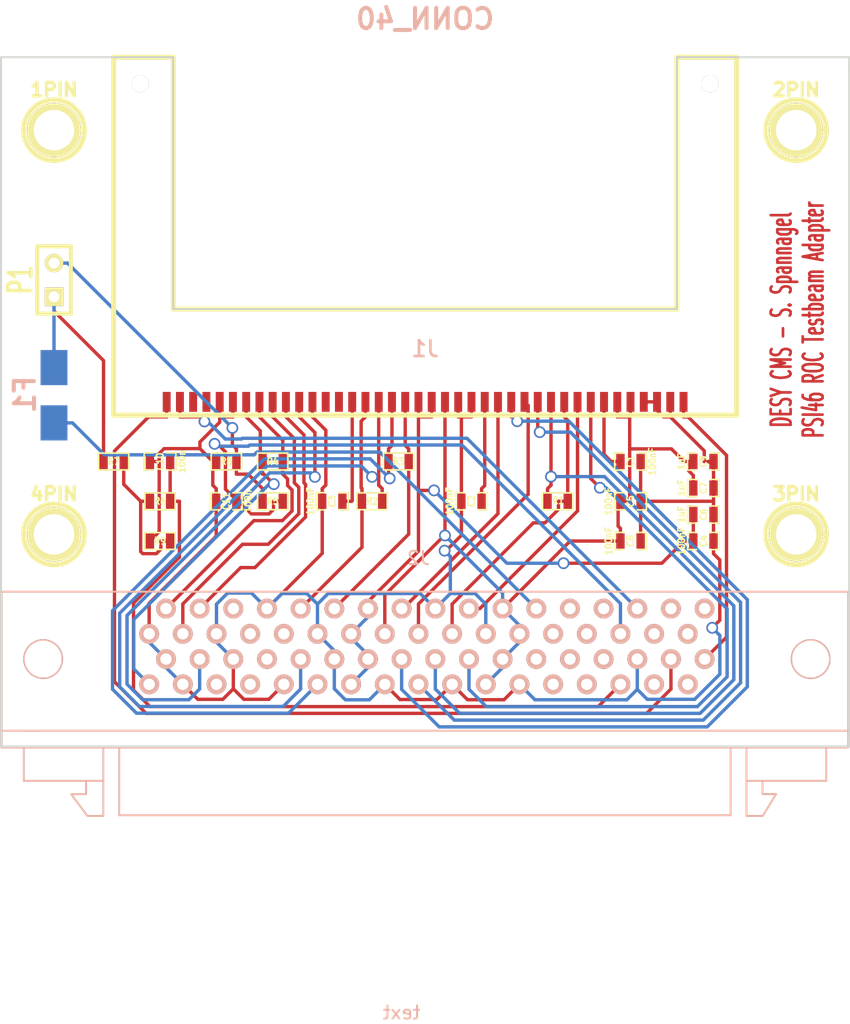
<source format=kicad_pcb>
(kicad_pcb (version 3) (host pcbnew "(2014-03-19 BZR 4756)-product")

  (general
    (links 95)
    (no_connects 0)
    (area 86.924999 67.924999 151.075001 120.075001)
    (thickness 1.6)
    (drawings 11)
    (tracks 427)
    (zones 0)
    (modules 28)
    (nets 58)
  )

  (page A4)
  (layers
    (15 F.Cu signal)
    (0 B.Cu signal)
    (16 B.Adhes user)
    (17 F.Adhes user)
    (18 B.Paste user)
    (19 F.Paste user)
    (20 B.SilkS user)
    (21 F.SilkS user)
    (22 B.Mask user)
    (23 F.Mask user)
    (24 Dwgs.User user)
    (25 Cmts.User user)
    (26 Eco1.User user)
    (27 Eco2.User user)
    (28 Edge.Cuts user)
  )

  (setup
    (last_trace_width 0.254)
    (trace_clearance 0.254)
    (zone_clearance 0.508)
    (zone_45_only yes)
    (trace_min 0.254)
    (segment_width 0.2)
    (edge_width 0.15)
    (via_size 0.889)
    (via_drill 0.635)
    (via_min_size 0.889)
    (via_min_drill 0.508)
    (uvia_size 0.508)
    (uvia_drill 0.127)
    (uvias_allowed no)
    (uvia_min_size 0.508)
    (uvia_min_drill 0.127)
    (pcb_text_width 0.3)
    (pcb_text_size 1 1)
    (mod_edge_width 0.15)
    (mod_text_size 1 1)
    (mod_text_width 0.15)
    (pad_size 1 1)
    (pad_drill 0.6)
    (pad_to_mask_clearance 0)
    (aux_axis_origin 87 119)
    (grid_origin 87 119)
    (visible_elements FFFFFF7F)
    (pcbplotparams
      (layerselection 3178497)
      (usegerberextensions true)
      (excludeedgelayer true)
      (linewidth 0.150000)
      (plotframeref false)
      (viasonmask false)
      (mode 1)
      (useauxorigin false)
      (hpglpennumber 1)
      (hpglpenspeed 20)
      (hpglpendiameter 15)
      (hpglpenoverlay 2)
      (psnegative false)
      (psa4output false)
      (plotreference true)
      (plotvalue true)
      (plotothertext true)
      (plotinvisibletext false)
      (padsonsilk false)
      (subtractmaskfromsilk true)
      (outputformat 1)
      (mirror false)
      (drillshape 0)
      (scaleselection 1)
      (outputdirectory XXXX-gerber-files/))
  )

  (net 0 "")
  (net 1 GND)
  (net 2 VA)
  (net 3 VD)
  (net 4 AIN1)
  (net 5 AIN0)
  (net 6 AIN2)
  (net 7 RTD-)
  (net 8 "Net-(C1-Pad2)")
  (net 9 "Net-(C2-Pad2)")
  (net 10 "Net-(C3-Pad2)")
  (net 11 RTD+)
  (net 12 "Net-(F1-Pad2)")
  (net 13 HV)
  (net 14 TOUT-)
  (net 15 TOUT+)
  (net 16 I2C_DAT-)
  (net 17 I2C_DAT+)
  (net 18 I2C_A0)
  (net 19 I2C_A1)
  (net 20 I2C_A2)
  (net 21 I2C_A3)
  (net 22 CLK-)
  (net 23 CLK+)
  (net 24 CTR-)
  (net 25 CTR+)
  (net 26 "Net-(J1-Pad27)")
  (net 27 "Net-(J1-Pad28)")
  (net 28 SOUT-)
  (net 29 SOUT+)
  (net 30 RESET)
  (net 31 TIN-)
  (net 32 TIN+)
  (net 33 "Net-(J1-Pad37)")
  (net 34 "Net-(J1-Pad38)")
  (net 35 "Net-(J1-Pad40)")
  (net 36 "Net-(J2-Pad10)")
  (net 37 "Net-(J2-Pad11)")
  (net 38 "Net-(J2-Pad13)")
  (net 39 "Net-(J2-Pad14)")
  (net 40 "Net-(J2-Pad16)")
  (net 41 "Net-(J2-Pad17)")
  (net 42 "Net-(J2-Pad48)")
  (net 43 "Net-(J2-Pad49)")
  (net 44 "Net-(J2-Pad50)")
  (net 45 "Net-(J2-Pad51)")
  (net 46 "Net-(J2-Pad52)")
  (net 47 "Net-(J2-Pad53)")
  (net 48 "Net-(J2-Pad54)")
  (net 49 "Net-(J2-Pad55)")
  (net 50 "Net-(J2-Pad56)")
  (net 51 "Net-(J2-Pad61)")
  (net 52 "Net-(J2-Pad62)")
  (net 53 "Net-(J2-Pad63)")
  (net 54 "Net-(J2-Pad65)")
  (net 55 "Net-(J2-Pad66)")
  (net 56 "Net-(J2-Pad67)")
  (net 57 "Net-(R6-Pad2)")

  (net_class Default "This is the default net class."
    (clearance 0.254)
    (trace_width 0.254)
    (via_dia 0.889)
    (via_drill 0.635)
    (uvia_dia 0.508)
    (uvia_drill 0.127)
    (add_net AIN0)
    (add_net AIN1)
    (add_net AIN2)
    (add_net CLK+)
    (add_net CLK-)
    (add_net CTR+)
    (add_net CTR-)
    (add_net GND)
    (add_net HV)
    (add_net I2C_A0)
    (add_net I2C_A1)
    (add_net I2C_A2)
    (add_net I2C_A3)
    (add_net I2C_DAT+)
    (add_net I2C_DAT-)
    (add_net "Net-(C1-Pad2)")
    (add_net "Net-(C2-Pad2)")
    (add_net "Net-(C3-Pad2)")
    (add_net "Net-(F1-Pad2)")
    (add_net "Net-(J1-Pad27)")
    (add_net "Net-(J1-Pad28)")
    (add_net "Net-(J1-Pad37)")
    (add_net "Net-(J1-Pad38)")
    (add_net "Net-(J1-Pad40)")
    (add_net "Net-(J2-Pad10)")
    (add_net "Net-(J2-Pad11)")
    (add_net "Net-(J2-Pad13)")
    (add_net "Net-(J2-Pad14)")
    (add_net "Net-(J2-Pad16)")
    (add_net "Net-(J2-Pad17)")
    (add_net "Net-(J2-Pad48)")
    (add_net "Net-(J2-Pad49)")
    (add_net "Net-(J2-Pad50)")
    (add_net "Net-(J2-Pad51)")
    (add_net "Net-(J2-Pad52)")
    (add_net "Net-(J2-Pad53)")
    (add_net "Net-(J2-Pad54)")
    (add_net "Net-(J2-Pad55)")
    (add_net "Net-(J2-Pad56)")
    (add_net "Net-(J2-Pad61)")
    (add_net "Net-(J2-Pad62)")
    (add_net "Net-(J2-Pad63)")
    (add_net "Net-(J2-Pad65)")
    (add_net "Net-(J2-Pad66)")
    (add_net "Net-(J2-Pad67)")
    (add_net "Net-(R6-Pad2)")
    (add_net RESET)
    (add_net RTD+)
    (add_net RTD-)
    (add_net SOUT+)
    (add_net SOUT-)
    (add_net TIN+)
    (add_net TIN-)
    (add_net TOUT+)
    (add_net TOUT-)
    (add_net VA)
    (add_net VD)
  )

  (module SMD_Packages:SM0603_Capa placed (layer F.Cu) (tedit 53DFD2B5) (tstamp 53ECC270)
    (at 134.5 98.5 180)
    (path /5391DEE8)
    (attr smd)
    (fp_text reference C1 (at 0 0 270) (layer F.SilkS)
      (effects (font (size 0.508 0.4572) (thickness 0.1143)))
    )
    (fp_text value 100nF (at -1.651 0 270) (layer F.SilkS)
      (effects (font (size 0.508 0.4572) (thickness 0.1143)))
    )
    (fp_line (start 0.50038 0.65024) (end 1.19888 0.65024) (layer F.SilkS) (width 0.11938))
    (fp_line (start -0.50038 0.65024) (end -1.19888 0.65024) (layer F.SilkS) (width 0.11938))
    (fp_line (start 0.50038 -0.65024) (end 1.19888 -0.65024) (layer F.SilkS) (width 0.11938))
    (fp_line (start -1.19888 -0.65024) (end -0.50038 -0.65024) (layer F.SilkS) (width 0.11938))
    (fp_line (start 1.19888 -0.635) (end 1.19888 0.635) (layer F.SilkS) (width 0.11938))
    (fp_line (start -1.19888 0.635) (end -1.19888 -0.635) (layer F.SilkS) (width 0.11938))
    (pad 1 smd rect (at -0.762 0 180) (size 0.635 1.143) (layers F.Cu F.Paste F.Mask)
      (net 1 GND))
    (pad 2 smd rect (at 0.762 0 180) (size 0.635 1.143) (layers F.Cu F.Paste F.Mask)
      (net 8 "Net-(C1-Pad2)"))
    (model smd\capacitors\C0603.wrl
      (at (xyz 0 0 0.001))
      (scale (xyz 0.5 0.5 0.5))
      (rotate (xyz 0 0 0))
    )
  )

  (module SMD_Packages:SM0603_Capa placed (layer F.Cu) (tedit 53DFD2B5) (tstamp 53EA238A)
    (at 122.5 101.5)
    (path /5391E24E)
    (attr smd)
    (fp_text reference C2 (at 0 0 90) (layer F.SilkS)
      (effects (font (size 0.508 0.4572) (thickness 0.1143)))
    )
    (fp_text value 100nF (at -1.651 0 90) (layer F.SilkS)
      (effects (font (size 0.508 0.4572) (thickness 0.1143)))
    )
    (fp_line (start 0.50038 0.65024) (end 1.19888 0.65024) (layer F.SilkS) (width 0.11938))
    (fp_line (start -0.50038 0.65024) (end -1.19888 0.65024) (layer F.SilkS) (width 0.11938))
    (fp_line (start 0.50038 -0.65024) (end 1.19888 -0.65024) (layer F.SilkS) (width 0.11938))
    (fp_line (start -1.19888 -0.65024) (end -0.50038 -0.65024) (layer F.SilkS) (width 0.11938))
    (fp_line (start 1.19888 -0.635) (end 1.19888 0.635) (layer F.SilkS) (width 0.11938))
    (fp_line (start -1.19888 0.635) (end -1.19888 -0.635) (layer F.SilkS) (width 0.11938))
    (pad 1 smd rect (at -0.762 0) (size 0.635 1.143) (layers F.Cu F.Paste F.Mask)
      (net 1 GND))
    (pad 2 smd rect (at 0.762 0) (size 0.635 1.143) (layers F.Cu F.Paste F.Mask)
      (net 9 "Net-(C2-Pad2)"))
    (model smd\capacitors\C0603.wrl
      (at (xyz 0 0 0.001))
      (scale (xyz 0.5 0.5 0.5))
      (rotate (xyz 0 0 0))
    )
  )

  (module SMD_Packages:SM0603_Capa placed (layer F.Cu) (tedit 53DFD2B5) (tstamp 53EA237D)
    (at 112 101.5)
    (path /5391E40D)
    (attr smd)
    (fp_text reference C3 (at 0 0 90) (layer F.SilkS)
      (effects (font (size 0.508 0.4572) (thickness 0.1143)))
    )
    (fp_text value 100nF (at -1.651 0 90) (layer F.SilkS)
      (effects (font (size 0.508 0.4572) (thickness 0.1143)))
    )
    (fp_line (start 0.50038 0.65024) (end 1.19888 0.65024) (layer F.SilkS) (width 0.11938))
    (fp_line (start -0.50038 0.65024) (end -1.19888 0.65024) (layer F.SilkS) (width 0.11938))
    (fp_line (start 0.50038 -0.65024) (end 1.19888 -0.65024) (layer F.SilkS) (width 0.11938))
    (fp_line (start -1.19888 -0.65024) (end -0.50038 -0.65024) (layer F.SilkS) (width 0.11938))
    (fp_line (start 1.19888 -0.635) (end 1.19888 0.635) (layer F.SilkS) (width 0.11938))
    (fp_line (start -1.19888 0.635) (end -1.19888 -0.635) (layer F.SilkS) (width 0.11938))
    (pad 1 smd rect (at -0.762 0) (size 0.635 1.143) (layers F.Cu F.Paste F.Mask)
      (net 1 GND))
    (pad 2 smd rect (at 0.762 0) (size 0.635 1.143) (layers F.Cu F.Paste F.Mask)
      (net 10 "Net-(C3-Pad2)"))
    (model smd\capacitors\C0603.wrl
      (at (xyz 0 0 0.001))
      (scale (xyz 0.5 0.5 0.5))
      (rotate (xyz 0 0 0))
    )
  )

  (module SMD_Packages:SM0603_Capa placed (layer F.Cu) (tedit 53DFD2B5) (tstamp 53EA2370)
    (at 140 104.5)
    (path /5391DE4B)
    (attr smd)
    (fp_text reference C4 (at 0 0 90) (layer F.SilkS)
      (effects (font (size 0.508 0.4572) (thickness 0.1143)))
    )
    (fp_text value 100nF (at -1.651 0 90) (layer F.SilkS)
      (effects (font (size 0.508 0.4572) (thickness 0.1143)))
    )
    (fp_line (start 0.50038 0.65024) (end 1.19888 0.65024) (layer F.SilkS) (width 0.11938))
    (fp_line (start -0.50038 0.65024) (end -1.19888 0.65024) (layer F.SilkS) (width 0.11938))
    (fp_line (start 0.50038 -0.65024) (end 1.19888 -0.65024) (layer F.SilkS) (width 0.11938))
    (fp_line (start -1.19888 -0.65024) (end -0.50038 -0.65024) (layer F.SilkS) (width 0.11938))
    (fp_line (start 1.19888 -0.635) (end 1.19888 0.635) (layer F.SilkS) (width 0.11938))
    (fp_line (start -1.19888 0.635) (end -1.19888 -0.635) (layer F.SilkS) (width 0.11938))
    (pad 1 smd rect (at -0.762 0) (size 0.635 1.143) (layers F.Cu F.Paste F.Mask)
      (net 2 VA))
    (pad 2 smd rect (at 0.762 0) (size 0.635 1.143) (layers F.Cu F.Paste F.Mask)
      (net 1 GND))
    (model smd\capacitors\C0603.wrl
      (at (xyz 0 0 0.001))
      (scale (xyz 0.5 0.5 0.5))
      (rotate (xyz 0 0 0))
    )
  )

  (module SMD_Packages:SM0603_Capa placed (layer F.Cu) (tedit 53DFD2B5) (tstamp 53EA2363)
    (at 134.5 101.5)
    (path /5391DD61)
    (attr smd)
    (fp_text reference C5 (at 0 0 90) (layer F.SilkS)
      (effects (font (size 0.508 0.4572) (thickness 0.1143)))
    )
    (fp_text value 100nF (at -1.651 0 90) (layer F.SilkS)
      (effects (font (size 0.508 0.4572) (thickness 0.1143)))
    )
    (fp_line (start 0.50038 0.65024) (end 1.19888 0.65024) (layer F.SilkS) (width 0.11938))
    (fp_line (start -0.50038 0.65024) (end -1.19888 0.65024) (layer F.SilkS) (width 0.11938))
    (fp_line (start 0.50038 -0.65024) (end 1.19888 -0.65024) (layer F.SilkS) (width 0.11938))
    (fp_line (start -1.19888 -0.65024) (end -0.50038 -0.65024) (layer F.SilkS) (width 0.11938))
    (fp_line (start 1.19888 -0.635) (end 1.19888 0.635) (layer F.SilkS) (width 0.11938))
    (fp_line (start -1.19888 0.635) (end -1.19888 -0.635) (layer F.SilkS) (width 0.11938))
    (pad 1 smd rect (at -0.762 0) (size 0.635 1.143) (layers F.Cu F.Paste F.Mask)
      (net 3 VD))
    (pad 2 smd rect (at 0.762 0) (size 0.635 1.143) (layers F.Cu F.Paste F.Mask)
      (net 1 GND))
    (model smd\capacitors\C0603.wrl
      (at (xyz 0 0 0.001))
      (scale (xyz 0.5 0.5 0.5))
      (rotate (xyz 0 0 0))
    )
  )

  (module SMD_Packages:SM0603_Capa placed (layer F.Cu) (tedit 53DFD2B5) (tstamp 53EA2356)
    (at 140 102.5)
    (path /5391DE88)
    (attr smd)
    (fp_text reference C6 (at 0 0 90) (layer F.SilkS)
      (effects (font (size 0.508 0.4572) (thickness 0.1143)))
    )
    (fp_text value 1uF (at -1.651 0 90) (layer F.SilkS)
      (effects (font (size 0.508 0.4572) (thickness 0.1143)))
    )
    (fp_line (start 0.50038 0.65024) (end 1.19888 0.65024) (layer F.SilkS) (width 0.11938))
    (fp_line (start -0.50038 0.65024) (end -1.19888 0.65024) (layer F.SilkS) (width 0.11938))
    (fp_line (start 0.50038 -0.65024) (end 1.19888 -0.65024) (layer F.SilkS) (width 0.11938))
    (fp_line (start -1.19888 -0.65024) (end -0.50038 -0.65024) (layer F.SilkS) (width 0.11938))
    (fp_line (start 1.19888 -0.635) (end 1.19888 0.635) (layer F.SilkS) (width 0.11938))
    (fp_line (start -1.19888 0.635) (end -1.19888 -0.635) (layer F.SilkS) (width 0.11938))
    (pad 1 smd rect (at -0.762 0) (size 0.635 1.143) (layers F.Cu F.Paste F.Mask)
      (net 2 VA))
    (pad 2 smd rect (at 0.762 0) (size 0.635 1.143) (layers F.Cu F.Paste F.Mask)
      (net 1 GND))
    (model smd\capacitors\C0603.wrl
      (at (xyz 0 0 0.001))
      (scale (xyz 0.5 0.5 0.5))
      (rotate (xyz 0 0 0))
    )
  )

  (module SMD_Packages:SM0603_Capa placed (layer F.Cu) (tedit 53DFD2B5) (tstamp 53EA2349)
    (at 140 100.5)
    (path /5391DD72)
    (attr smd)
    (fp_text reference C7 (at 0 0 90) (layer F.SilkS)
      (effects (font (size 0.508 0.4572) (thickness 0.1143)))
    )
    (fp_text value 1uF (at -1.651 0 90) (layer F.SilkS)
      (effects (font (size 0.508 0.4572) (thickness 0.1143)))
    )
    (fp_line (start 0.50038 0.65024) (end 1.19888 0.65024) (layer F.SilkS) (width 0.11938))
    (fp_line (start -0.50038 0.65024) (end -1.19888 0.65024) (layer F.SilkS) (width 0.11938))
    (fp_line (start 0.50038 -0.65024) (end 1.19888 -0.65024) (layer F.SilkS) (width 0.11938))
    (fp_line (start -1.19888 -0.65024) (end -0.50038 -0.65024) (layer F.SilkS) (width 0.11938))
    (fp_line (start 1.19888 -0.635) (end 1.19888 0.635) (layer F.SilkS) (width 0.11938))
    (fp_line (start -1.19888 0.635) (end -1.19888 -0.635) (layer F.SilkS) (width 0.11938))
    (pad 1 smd rect (at -0.762 0) (size 0.635 1.143) (layers F.Cu F.Paste F.Mask)
      (net 3 VD))
    (pad 2 smd rect (at 0.762 0) (size 0.635 1.143) (layers F.Cu F.Paste F.Mask)
      (net 1 GND))
    (model smd\capacitors\C0603.wrl
      (at (xyz 0 0 0.001))
      (scale (xyz 0.5 0.5 0.5))
      (rotate (xyz 0 0 0))
    )
  )

  (module SMD_Packages:SM0603_Capa placed (layer F.Cu) (tedit 53DFD2B5) (tstamp 53EA233C)
    (at 134.5 104.5)
    (path /5391DD75)
    (attr smd)
    (fp_text reference C8 (at 0 0 90) (layer F.SilkS)
      (effects (font (size 0.508 0.4572) (thickness 0.1143)))
    )
    (fp_text value 100nF (at -1.651 0 90) (layer F.SilkS)
      (effects (font (size 0.508 0.4572) (thickness 0.1143)))
    )
    (fp_line (start 0.50038 0.65024) (end 1.19888 0.65024) (layer F.SilkS) (width 0.11938))
    (fp_line (start -0.50038 0.65024) (end -1.19888 0.65024) (layer F.SilkS) (width 0.11938))
    (fp_line (start 0.50038 -0.65024) (end 1.19888 -0.65024) (layer F.SilkS) (width 0.11938))
    (fp_line (start -1.19888 -0.65024) (end -0.50038 -0.65024) (layer F.SilkS) (width 0.11938))
    (fp_line (start 1.19888 -0.635) (end 1.19888 0.635) (layer F.SilkS) (width 0.11938))
    (fp_line (start -1.19888 0.635) (end -1.19888 -0.635) (layer F.SilkS) (width 0.11938))
    (pad 1 smd rect (at -0.762 0) (size 0.635 1.143) (layers F.Cu F.Paste F.Mask)
      (net 3 VD))
    (pad 2 smd rect (at 0.762 0) (size 0.635 1.143) (layers F.Cu F.Paste F.Mask)
      (net 1 GND))
    (model smd\capacitors\C0603.wrl
      (at (xyz 0 0 0.001))
      (scale (xyz 0.5 0.5 0.5))
      (rotate (xyz 0 0 0))
    )
  )

  (module SMD_Packages:SM0603_Capa placed (layer F.Cu) (tedit 53DFD2B5) (tstamp 53EA232F)
    (at 140 98.5)
    (path /5391DD79)
    (attr smd)
    (fp_text reference C9 (at 0 0 90) (layer F.SilkS)
      (effects (font (size 0.508 0.4572) (thickness 0.1143)))
    )
    (fp_text value 1uF (at -1.651 0 90) (layer F.SilkS)
      (effects (font (size 0.508 0.4572) (thickness 0.1143)))
    )
    (fp_line (start 0.50038 0.65024) (end 1.19888 0.65024) (layer F.SilkS) (width 0.11938))
    (fp_line (start -0.50038 0.65024) (end -1.19888 0.65024) (layer F.SilkS) (width 0.11938))
    (fp_line (start 0.50038 -0.65024) (end 1.19888 -0.65024) (layer F.SilkS) (width 0.11938))
    (fp_line (start -1.19888 -0.65024) (end -0.50038 -0.65024) (layer F.SilkS) (width 0.11938))
    (fp_line (start 1.19888 -0.635) (end 1.19888 0.635) (layer F.SilkS) (width 0.11938))
    (fp_line (start -1.19888 0.635) (end -1.19888 -0.635) (layer F.SilkS) (width 0.11938))
    (pad 1 smd rect (at -0.762 0) (size 0.635 1.143) (layers F.Cu F.Paste F.Mask)
      (net 3 VD))
    (pad 2 smd rect (at 0.762 0) (size 0.635 1.143) (layers F.Cu F.Paste F.Mask)
      (net 1 GND))
    (model smd\capacitors\C0603.wrl
      (at (xyz 0 0 0.001))
      (scale (xyz 0.5 0.5 0.5))
      (rotate (xyz 0 0 0))
    )
  )

  (module SMD_Packages:SM0603_Capa placed (layer F.Cu) (tedit 53DFD2B5) (tstamp 53EA2322)
    (at 99 98.5 180)
    (path /53D8A1B7)
    (attr smd)
    (fp_text reference C10 (at 0 0 270) (layer F.SilkS)
      (effects (font (size 0.508 0.4572) (thickness 0.1143)))
    )
    (fp_text value 100n (at -1.651 0 270) (layer F.SilkS)
      (effects (font (size 0.508 0.4572) (thickness 0.1143)))
    )
    (fp_line (start 0.50038 0.65024) (end 1.19888 0.65024) (layer F.SilkS) (width 0.11938))
    (fp_line (start -0.50038 0.65024) (end -1.19888 0.65024) (layer F.SilkS) (width 0.11938))
    (fp_line (start 0.50038 -0.65024) (end 1.19888 -0.65024) (layer F.SilkS) (width 0.11938))
    (fp_line (start -1.19888 -0.65024) (end -0.50038 -0.65024) (layer F.SilkS) (width 0.11938))
    (fp_line (start 1.19888 -0.635) (end 1.19888 0.635) (layer F.SilkS) (width 0.11938))
    (fp_line (start -1.19888 0.635) (end -1.19888 -0.635) (layer F.SilkS) (width 0.11938))
    (pad 1 smd rect (at -0.762 0 180) (size 0.635 1.143) (layers F.Cu F.Paste F.Mask)
      (net 4 AIN1))
    (pad 2 smd rect (at 0.762 0 180) (size 0.635 1.143) (layers F.Cu F.Paste F.Mask)
      (net 1 GND))
    (model smd\capacitors\C0603.wrl
      (at (xyz 0 0 0.001))
      (scale (xyz 0.5 0.5 0.5))
      (rotate (xyz 0 0 0))
    )
  )

  (module SMD_Packages:SM0603_Capa placed (layer F.Cu) (tedit 53DFD2B5) (tstamp 53EA2315)
    (at 104 101.5 180)
    (path /53D8A1DA)
    (attr smd)
    (fp_text reference C11 (at 0 0 270) (layer F.SilkS)
      (effects (font (size 0.508 0.4572) (thickness 0.1143)))
    )
    (fp_text value 100n (at -1.651 0 270) (layer F.SilkS)
      (effects (font (size 0.508 0.4572) (thickness 0.1143)))
    )
    (fp_line (start 0.50038 0.65024) (end 1.19888 0.65024) (layer F.SilkS) (width 0.11938))
    (fp_line (start -0.50038 0.65024) (end -1.19888 0.65024) (layer F.SilkS) (width 0.11938))
    (fp_line (start 0.50038 -0.65024) (end 1.19888 -0.65024) (layer F.SilkS) (width 0.11938))
    (fp_line (start -1.19888 -0.65024) (end -0.50038 -0.65024) (layer F.SilkS) (width 0.11938))
    (fp_line (start 1.19888 -0.635) (end 1.19888 0.635) (layer F.SilkS) (width 0.11938))
    (fp_line (start -1.19888 0.635) (end -1.19888 -0.635) (layer F.SilkS) (width 0.11938))
    (pad 1 smd rect (at -0.762 0 180) (size 0.635 1.143) (layers F.Cu F.Paste F.Mask)
      (net 5 AIN0))
    (pad 2 smd rect (at 0.762 0 180) (size 0.635 1.143) (layers F.Cu F.Paste F.Mask)
      (net 1 GND))
    (model smd\capacitors\C0603.wrl
      (at (xyz 0 0 0.001))
      (scale (xyz 0.5 0.5 0.5))
      (rotate (xyz 0 0 0))
    )
  )

  (module Fuse_Holders_and_Fuses:Fuse_SMD1206_HandSoldering locked (layer B.Cu) (tedit 53DFD2B5) (tstamp 53DFD74B)
    (at 91 93.5 270)
    (descr "Fuse, Sicherung, SMD1206, Littlefuse-Wickmann 433 Series, Hand Soldering,")
    (tags "Fuse, Sicherung, SMD1206,  Littlefuse-Wickmann 433 Series, Hand Soldering,")
    (path /53DF47B7)
    (attr smd)
    (fp_text reference F1 (at -0.0508 2.19964 270) (layer B.SilkS)
      (effects (font (thickness 0.3048)) (justify mirror))
    )
    (fp_text value FUSE (at -0.14986 -2.49936 270) (layer B.SilkS) hide
      (effects (font (thickness 0.3048)) (justify mirror))
    )
    (pad 1 smd rect (at -2.08534 0 180) (size 2.02946 2.65176) (layers B.Cu B.Paste B.Mask)
      (net 11 RTD+))
    (pad 2 smd rect (at 2.08534 0 180) (size 2.02946 2.65176) (layers B.Cu B.Paste B.Mask)
      (net 12 "Net-(F1-Pad2)"))
  )

  (module Adapter:SCSI68 locked (layer B.Cu) (tedit 527FCDF8) (tstamp 53DFD7AD)
    (at 118.5 111.5 180)
    (path /53E9F7ED)
    (fp_text reference J2 (at 0 5.715 180) (layer B.SilkS)
      (effects (font (size 1 1) (thickness 0.15)) (justify mirror))
    )
    (fp_text value CONN-SCSI68 (at 0 7.62 180) (layer B.SilkS) hide
      (effects (font (size 1 1) (thickness 0.15)) (justify mirror))
    )
    (fp_line (start 26.2 -12.1) (end 25.08 -12.1) (layer B.SilkS) (width 0.15))
    (fp_line (start 24.99 -13.73) (end 26.2 -12.1) (layer B.SilkS) (width 0.15))
    (fp_line (start 29.78 -8.6) (end 29.78 -11.09) (layer B.SilkS) (width 0.15))
    (fp_line (start 23.78 -11.09) (end 29.78 -11.09) (layer B.SilkS) (width 0.15))
    (fp_line (start 23.78 -8.6) (end 23.78 -13.66) (layer B.SilkS) (width 0.15))
    (fp_line (start 23.78 -13.74) (end 24.98 -13.74) (layer B.SilkS) (width 0.15))
    (fp_line (start 25.08 -11.09) (end 25.08 -12.09) (layer B.SilkS) (width 0.15))
    (fp_line (start -25.96 -11.09) (end -25.96 -12.09) (layer B.SilkS) (width 0.15))
    (fp_line (start -25.96 -12.09) (end -26.98 -12.09) (layer B.SilkS) (width 0.15))
    (fp_line (start -26.98 -12.09) (end -25.99 -13.72) (layer B.SilkS) (width 0.15))
    (fp_line (start -30.77 -8.58) (end -30.77 -11.09) (layer B.SilkS) (width 0.15))
    (fp_line (start -30.77 -11.09) (end -24.76 -11.09) (layer B.SilkS) (width 0.15))
    (fp_line (start -24.76 -13.74) (end -25.98 -13.74) (layer B.SilkS) (width 0.15))
    (fp_line (start -24.75 -8.6) (end -24.75 -13.74) (layer B.SilkS) (width 0.15))
    (fp_line (start 31.455 3.2) (end 31.455 -8.58) (layer B.SilkS) (width 0.15))
    (fp_line (start -32.425 -8.56) (end -32.425 3.18) (layer B.SilkS) (width 0.15))
    (fp_line (start 22.58 -13.69) (end 22.58 -8.62) (layer B.SilkS) (width 0.15))
    (fp_line (start -23.55 -13.67) (end -23.55 -8.58) (layer B.SilkS) (width 0.15))
    (fp_line (start -23.55 -13.69) (end 22.58 -13.69) (layer B.SilkS) (width 0.15))
    (fp_line (start -32.425 3.18) (end 31.455 3.18) (layer B.SilkS) (width 0.15))
    (fp_line (start -32.425 -8.58) (end 31.455 -8.58) (layer B.SilkS) (width 0.15))
    (fp_line (start -32.435 -7.31) (end 31.445 -7.31) (layer B.SilkS) (width 0.15))
    (fp_line (start 28.89 -7.31) (end 29.39 -7.31) (layer B.SilkS) (width 0.15))
    (fp_text user text (at 1.27 -28.575 180) (layer B.SilkS)
      (effects (font (size 1 1) (thickness 0.15)) (justify mirror))
    )
    (pad 1 thru_hole circle (at 20.32 0 180) (size 1.5 1.5) (drill 0.86) (layers *.Cu *.Mask B.SilkS)
      (net 1 GND))
    (pad 2 thru_hole circle (at 20.32 -3.81 180) (size 1.5 1.5) (drill 0.86) (layers *.Cu *.Mask B.SilkS)
      (net 32 TIN+))
    (pad 3 thru_hole circle (at 19.05 1.905 180) (size 1.5 1.5) (drill 0.86) (layers *.Cu *.Mask B.SilkS)
      (net 31 TIN-))
    (pad 4 thru_hole circle (at 19.05 -1.905 180) (size 1.5 1.5) (drill 0.86) (layers *.Cu *.Mask B.SilkS)
      (net 1 GND))
    (pad 5 thru_hole circle (at 17.78 0 180) (size 1.5 1.5) (drill 0.86) (layers *.Cu *.Mask B.SilkS)
      (net 30 RESET))
    (pad 6 thru_hole circle (at 17.78 -3.81 180) (size 1.5 1.5) (drill 0.86) (layers *.Cu *.Mask B.SilkS)
      (net 1 GND))
    (pad 7 thru_hole circle (at 16.51 1.905 180) (size 1.5 1.5) (drill 0.86) (layers *.Cu *.Mask B.SilkS)
      (net 29 SOUT+))
    (pad 8 thru_hole circle (at 16.51 -1.905 180) (size 1.5 1.5) (drill 0.86) (layers *.Cu *.Mask B.SilkS)
      (net 28 SOUT-))
    (pad 9 thru_hole circle (at 15.24 0 180) (size 1.5 1.5) (drill 0.86) (layers *.Cu *.Mask B.SilkS)
      (net 1 GND))
    (pad 10 thru_hole circle (at 15.24 -3.81 180) (size 1.5 1.5) (drill 0.86) (layers *.Cu *.Mask B.SilkS)
      (net 36 "Net-(J2-Pad10)"))
    (pad 11 thru_hole circle (at 13.97 1.905 180) (size 1.5 1.5) (drill 0.86) (layers *.Cu *.Mask B.SilkS)
      (net 37 "Net-(J2-Pad11)"))
    (pad 12 thru_hole circle (at 13.97 -1.905 180) (size 1.5 1.5) (drill 0.86) (layers *.Cu *.Mask B.SilkS)
      (net 1 GND))
    (pad 13 thru_hole circle (at 12.7 0 180) (size 1.5 1.5) (drill 0.86) (layers *.Cu *.Mask B.SilkS)
      (net 38 "Net-(J2-Pad13)"))
    (pad 14 thru_hole circle (at 12.7 -3.81 180) (size 1.5 1.5) (drill 0.86) (layers *.Cu *.Mask B.SilkS)
      (net 39 "Net-(J2-Pad14)"))
    (pad 15 thru_hole circle (at 11.43 1.905 180) (size 1.5 1.5) (drill 0.86) (layers *.Cu *.Mask B.SilkS)
      (net 1 GND))
    (pad 16 thru_hole circle (at 11.43 -1.905 180) (size 1.5 1.5) (drill 0.86) (layers *.Cu *.Mask B.SilkS)
      (net 40 "Net-(J2-Pad16)"))
    (pad 17 thru_hole circle (at 10.16 0 180) (size 1.5 1.5) (drill 0.86) (layers *.Cu *.Mask B.SilkS)
      (net 41 "Net-(J2-Pad17)"))
    (pad 18 thru_hole circle (at 10.16 -3.81 180) (size 1.5 1.5) (drill 0.86) (layers *.Cu *.Mask B.SilkS)
      (net 1 GND))
    (pad 19 thru_hole circle (at 8.89 1.905 180) (size 1.5 1.5) (drill 0.86) (layers *.Cu *.Mask B.SilkS)
      (net 25 CTR+))
    (pad 20 thru_hole circle (at 8.89 -1.905 180) (size 1.5 1.5) (drill 0.86) (layers *.Cu *.Mask B.SilkS)
      (net 24 CTR-))
    (pad 21 thru_hole circle (at 7.62 0 180) (size 1.5 1.5) (drill 0.86) (layers *.Cu *.Mask B.SilkS)
      (net 1 GND))
    (pad 22 thru_hole circle (at 7.62 -3.81 180) (size 1.5 1.5) (drill 0.86) (layers *.Cu *.Mask B.SilkS)
      (net 23 CLK+))
    (pad 23 thru_hole circle (at 6.35 1.905 180) (size 1.5 1.5) (drill 0.86) (layers *.Cu *.Mask B.SilkS)
      (net 22 CLK-))
    (pad 24 thru_hole circle (at 6.35 -1.905 180) (size 1.5 1.5) (drill 0.86) (layers *.Cu *.Mask B.SilkS)
      (net 1 GND))
    (pad 25 thru_hole circle (at 5.08 0 180) (size 1.5 1.5) (drill 0.86) (layers *.Cu *.Mask B.SilkS)
      (net 2 VA))
    (pad 26 thru_hole circle (at 5.08 -3.81 180) (size 1.5 1.5) (drill 0.86) (layers *.Cu *.Mask B.SilkS)
      (net 2 VA))
    (pad 27 thru_hole circle (at 3.81 1.905 180) (size 1.5 1.5) (drill 0.86) (layers *.Cu *.Mask B.SilkS)
      (net 2 VA))
    (pad 28 thru_hole circle (at 3.81 -1.905 180) (size 1.5 1.5) (drill 0.86) (layers *.Cu *.Mask B.SilkS)
      (net 2 VA))
    (pad 29 thru_hole circle (at 2.54 0 180) (size 1.5 1.5) (drill 0.86) (layers *.Cu *.Mask B.SilkS)
      (net 3 VD))
    (pad 30 thru_hole circle (at 2.54 -3.81 180) (size 1.5 1.5) (drill 0.86) (layers *.Cu *.Mask B.SilkS)
      (net 1 GND))
    (pad 31 thru_hole circle (at 1.27 1.905 180) (size 1.5 1.5) (drill 0.86) (layers *.Cu *.Mask B.SilkS)
      (net 21 I2C_A3))
    (pad 32 thru_hole circle (at 1.27 -1.905 180) (size 1.5 1.5) (drill 0.86) (layers *.Cu *.Mask B.SilkS)
      (net 20 I2C_A2))
    (pad 33 thru_hole circle (at 0 0 180) (size 1.5 1.5) (drill 0.86) (layers *.Cu *.Mask B.SilkS)
      (net 19 I2C_A1))
    (pad 34 thru_hole circle (at 0 -3.81 180) (size 1.5 1.5) (drill 0.86) (layers *.Cu *.Mask B.SilkS)
      (net 18 I2C_A0))
    (pad 35 thru_hole circle (at -1.27 1.905 180) (size 1.5 1.5) (drill 0.86) (layers *.Cu *.Mask B.SilkS)
      (net 1 GND))
    (pad 36 thru_hole circle (at -1.27 -1.905 180) (size 1.5 1.5) (drill 0.86) (layers *.Cu *.Mask B.SilkS)
      (net 17 I2C_DAT+))
    (pad 37 thru_hole circle (at -2.54 0 180) (size 1.5 1.5) (drill 0.86) (layers *.Cu *.Mask B.SilkS)
      (net 16 I2C_DAT-))
    (pad 38 thru_hole circle (at -2.54 -3.81 180) (size 1.5 1.5) (drill 0.86) (layers *.Cu *.Mask B.SilkS)
      (net 1 GND))
    (pad 39 thru_hole circle (at -3.81 1.905 180) (size 1.5 1.5) (drill 0.86) (layers *.Cu *.Mask B.SilkS)
      (net 15 TOUT+))
    (pad 40 thru_hole circle (at -3.81 -1.905 180) (size 1.5 1.5) (drill 0.86) (layers *.Cu *.Mask B.SilkS)
      (net 14 TOUT-))
    (pad 41 thru_hole circle (at -5.08 0 180) (size 1.5 1.5) (drill 0.86) (layers *.Cu *.Mask B.SilkS)
      (net 1 GND))
    (pad 42 thru_hole circle (at -5.08 -3.81 180) (size 1.5 1.5) (drill 0.86) (layers *.Cu *.Mask B.SilkS)
      (net 3 VD))
    (pad 43 thru_hole circle (at -6.35 1.905 180) (size 1.5 1.5) (drill 0.86) (layers *.Cu *.Mask B.SilkS)
      (net 3 VD))
    (pad 44 thru_hole circle (at -6.35 -1.905 180) (size 1.5 1.5) (drill 0.86) (layers *.Cu *.Mask B.SilkS)
      (net 3 VD))
    (pad 45 thru_hole circle (at -7.62 0 180) (size 1.5 1.5) (drill 0.86) (layers *.Cu *.Mask B.SilkS)
      (net 3 VD))
    (pad 46 thru_hole circle (at -7.62 -3.81 180) (size 1.5 1.5) (drill 0.86) (layers *.Cu *.Mask B.SilkS)
      (net 1 GND))
    (pad 47 thru_hole circle (at -8.89 1.905 180) (size 1.5 1.5) (drill 0.86) (layers *.Cu *.Mask B.SilkS)
      (net 12 "Net-(F1-Pad2)"))
    (pad 48 thru_hole circle (at -8.89 -1.905 180) (size 1.5 1.5) (drill 0.86) (layers *.Cu *.Mask B.SilkS)
      (net 42 "Net-(J2-Pad48)"))
    (pad 49 thru_hole circle (at -10.16 0 180) (size 1.5 1.5) (drill 0.86) (layers *.Cu *.Mask B.SilkS)
      (net 43 "Net-(J2-Pad49)"))
    (pad 50 thru_hole circle (at -10.16 -3.81 180) (size 1.5 1.5) (drill 0.86) (layers *.Cu *.Mask B.SilkS)
      (net 44 "Net-(J2-Pad50)"))
    (pad 51 thru_hole circle (at -11.43 1.905 180) (size 1.5 1.5) (drill 0.86) (layers *.Cu *.Mask B.SilkS)
      (net 45 "Net-(J2-Pad51)"))
    (pad 52 thru_hole circle (at -11.43 -1.905 180) (size 1.5 1.5) (drill 0.86) (layers *.Cu *.Mask B.SilkS)
      (net 46 "Net-(J2-Pad52)"))
    (pad 53 thru_hole circle (at -12.7 0 180) (size 1.5 1.5) (drill 0.86) (layers *.Cu *.Mask B.SilkS)
      (net 47 "Net-(J2-Pad53)"))
    (pad 54 thru_hole circle (at -12.7 -3.81 180) (size 1.5 1.5) (drill 0.86) (layers *.Cu *.Mask B.SilkS)
      (net 48 "Net-(J2-Pad54)"))
    (pad 55 thru_hole circle (at -13.97 1.905 180) (size 1.5 1.5) (drill 0.86) (layers *.Cu *.Mask B.SilkS)
      (net 49 "Net-(J2-Pad55)"))
    (pad 56 thru_hole circle (at -13.97 -1.905 180) (size 1.5 1.5) (drill 0.86) (layers *.Cu *.Mask B.SilkS)
      (net 50 "Net-(J2-Pad56)"))
    (pad 57 thru_hole circle (at -15.24 0 180) (size 1.5 1.5) (drill 0.86) (layers *.Cu *.Mask B.SilkS)
      (net 5 AIN0))
    (pad 58 thru_hole circle (at -15.24 -3.81 180) (size 1.5 1.5) (drill 0.86) (layers *.Cu *.Mask B.SilkS)
      (net 4 AIN1))
    (pad 59 thru_hole circle (at -16.51 1.905 180) (size 1.5 1.5) (drill 0.86) (layers *.Cu *.Mask B.SilkS)
      (net 6 AIN2))
    (pad 60 thru_hole circle (at -16.51 -1.905 180) (size 1.5 1.5) (drill 0.86) (layers *.Cu *.Mask B.SilkS)
      (net 1 GND))
    (pad 61 thru_hole circle (at -17.78 0 180) (size 1.5 1.5) (drill 0.86) (layers *.Cu *.Mask B.SilkS)
      (net 51 "Net-(J2-Pad61)"))
    (pad 62 thru_hole circle (at -17.78 -3.81 180) (size 1.5 1.5) (drill 0.86) (layers *.Cu *.Mask B.SilkS)
      (net 52 "Net-(J2-Pad62)"))
    (pad 63 thru_hole circle (at -19.05 1.905 180) (size 1.5 1.5) (drill 0.86) (layers *.Cu *.Mask B.SilkS)
      (net 53 "Net-(J2-Pad63)"))
    (pad 64 thru_hole circle (at -19.05 -1.905 180) (size 1.5 1.5) (drill 0.86) (layers *.Cu *.Mask B.SilkS)
      (net 35 "Net-(J1-Pad40)"))
    (pad 65 thru_hole circle (at -20.32 0 180) (size 1.5 1.5) (drill 0.86) (layers *.Cu *.Mask B.SilkS)
      (net 54 "Net-(J2-Pad65)"))
    (pad 66 thru_hole circle (at -20.32 -3.81 180) (size 1.5 1.5) (drill 0.86) (layers *.Cu *.Mask B.SilkS)
      (net 55 "Net-(J2-Pad66)"))
    (pad 67 thru_hole circle (at -21.59 1.905 180) (size 1.5 1.5) (drill 0.86) (layers *.Cu *.Mask B.SilkS)
      (net 56 "Net-(J2-Pad67)"))
    (pad 68 thru_hole circle (at -21.59 -1.905 180) (size 1.5 1.5) (drill 0.86) (layers *.Cu *.Mask B.SilkS)
      (net 13 HV))
    (pad 71 thru_hole circle (at -29.59 -1.905 180) (size 3 3) (drill 2.77) (layers *.Cu *.Mask B.SilkS))
    (pad 72 thru_hole circle (at 28.32 -1.905 180) (size 3 3) (drill 2.77) (layers *.Cu *.Mask B.SilkS))
  )

  (module SMD_Packages:SM0603 placed (layer F.Cu) (tedit 53DFD3FE) (tstamp 53EA2308)
    (at 129 101.5)
    (path /5391E1C7)
    (attr smd)
    (fp_text reference R1 (at 0.0381 -0.0508) (layer F.SilkS)
      (effects (font (size 0.508 0.4572) (thickness 0.1143)))
    )
    (fp_text value 100R (at 0 0) (layer F.SilkS) hide
      (effects (font (size 0.508 0.4572) (thickness 0.1143)))
    )
    (fp_line (start -1.143 -0.635) (end 1.143 -0.635) (layer F.SilkS) (width 0.127))
    (fp_line (start 1.143 -0.635) (end 1.143 0.635) (layer F.SilkS) (width 0.127))
    (fp_line (start 1.143 0.635) (end -1.143 0.635) (layer F.SilkS) (width 0.127))
    (fp_line (start -1.143 0.635) (end -1.143 -0.635) (layer F.SilkS) (width 0.127))
    (pad 1 smd rect (at -0.762 0) (size 0.635 1.143) (layers F.Cu F.Paste F.Mask)
      (net 17 I2C_DAT+))
    (pad 2 smd rect (at 0.762 0) (size 0.635 1.143) (layers F.Cu F.Paste F.Mask)
      (net 16 I2C_DAT-))
    (model smd\resistors\R0603.wrl
      (at (xyz 0 0 0.001))
      (scale (xyz 0.5 0.5 0.5))
      (rotate (xyz 0 0 0))
    )
  )

  (module SMD_Packages:SM0603 placed (layer F.Cu) (tedit 53DFD2B5) (tstamp 53EA22FD)
    (at 115 101.5)
    (path /5391E39C)
    (attr smd)
    (fp_text reference R2 (at 0 0) (layer F.SilkS)
      (effects (font (size 0.508 0.4572) (thickness 0.1143)))
    )
    (fp_text value 100R (at 0 0) (layer F.SilkS) hide
      (effects (font (size 0.508 0.4572) (thickness 0.1143)))
    )
    (fp_line (start -1.143 -0.635) (end 1.143 -0.635) (layer F.SilkS) (width 0.127))
    (fp_line (start 1.143 -0.635) (end 1.143 0.635) (layer F.SilkS) (width 0.127))
    (fp_line (start 1.143 0.635) (end -1.143 0.635) (layer F.SilkS) (width 0.127))
    (fp_line (start -1.143 0.635) (end -1.143 -0.635) (layer F.SilkS) (width 0.127))
    (pad 1 smd rect (at -0.762 0) (size 0.635 1.143) (layers F.Cu F.Paste F.Mask)
      (net 25 CTR+))
    (pad 2 smd rect (at 0.762 0) (size 0.635 1.143) (layers F.Cu F.Paste F.Mask)
      (net 24 CTR-))
    (model smd\resistors\R0603.wrl
      (at (xyz 0 0 0.001))
      (scale (xyz 0.5 0.5 0.5))
      (rotate (xyz 0 0 0))
    )
  )

  (module SMD_Packages:SM0603 placed (layer F.Cu) (tedit 53DFD2B5) (tstamp 53EA22F2)
    (at 117 98.5)
    (path /5391E300)
    (attr smd)
    (fp_text reference R3 (at 0 0) (layer F.SilkS)
      (effects (font (size 0.508 0.4572) (thickness 0.1143)))
    )
    (fp_text value 100R (at 0 0) (layer F.SilkS) hide
      (effects (font (size 0.508 0.4572) (thickness 0.1143)))
    )
    (fp_line (start -1.143 -0.635) (end 1.143 -0.635) (layer F.SilkS) (width 0.127))
    (fp_line (start 1.143 -0.635) (end 1.143 0.635) (layer F.SilkS) (width 0.127))
    (fp_line (start 1.143 0.635) (end -1.143 0.635) (layer F.SilkS) (width 0.127))
    (fp_line (start -1.143 0.635) (end -1.143 -0.635) (layer F.SilkS) (width 0.127))
    (pad 1 smd rect (at -0.762 0) (size 0.635 1.143) (layers F.Cu F.Paste F.Mask)
      (net 23 CLK+))
    (pad 2 smd rect (at 0.762 0) (size 0.635 1.143) (layers F.Cu F.Paste F.Mask)
      (net 22 CLK-))
    (model smd\resistors\R0603.wrl
      (at (xyz 0 0 0.001))
      (scale (xyz 0.5 0.5 0.5))
      (rotate (xyz 0 0 0))
    )
  )

  (module SMD_Packages:SM0603 placed (layer F.Cu) (tedit 53DFD2B5) (tstamp 53EA22E7)
    (at 107.5 98.5)
    (path /5391E4B4)
    (attr smd)
    (fp_text reference R4 (at 0 0) (layer F.SilkS)
      (effects (font (size 0.508 0.4572) (thickness 0.1143)))
    )
    (fp_text value 100R (at 0 0) (layer F.SilkS) hide
      (effects (font (size 0.508 0.4572) (thickness 0.1143)))
    )
    (fp_line (start -1.143 -0.635) (end 1.143 -0.635) (layer F.SilkS) (width 0.127))
    (fp_line (start 1.143 -0.635) (end 1.143 0.635) (layer F.SilkS) (width 0.127))
    (fp_line (start 1.143 0.635) (end -1.143 0.635) (layer F.SilkS) (width 0.127))
    (fp_line (start -1.143 0.635) (end -1.143 -0.635) (layer F.SilkS) (width 0.127))
    (pad 1 smd rect (at -0.762 0) (size 0.635 1.143) (layers F.Cu F.Paste F.Mask)
      (net 32 TIN+))
    (pad 2 smd rect (at 0.762 0) (size 0.635 1.143) (layers F.Cu F.Paste F.Mask)
      (net 31 TIN-))
    (model smd\resistors\R0603.wrl
      (at (xyz 0 0 0.001))
      (scale (xyz 0.5 0.5 0.5))
      (rotate (xyz 0 0 0))
    )
  )

  (module SMD_Packages:SM0603 placed (layer F.Cu) (tedit 53DFD2B5) (tstamp 53EA22DC)
    (at 107.5 101.5 180)
    (path /53D8A20F)
    (attr smd)
    (fp_text reference R5 (at 0 0 180) (layer F.SilkS)
      (effects (font (size 0.508 0.4572) (thickness 0.1143)))
    )
    (fp_text value "10k 5%" (at 0 0 180) (layer F.SilkS) hide
      (effects (font (size 0.508 0.4572) (thickness 0.1143)))
    )
    (fp_line (start -1.143 -0.635) (end 1.143 -0.635) (layer F.SilkS) (width 0.127))
    (fp_line (start 1.143 -0.635) (end 1.143 0.635) (layer F.SilkS) (width 0.127))
    (fp_line (start 1.143 0.635) (end -1.143 0.635) (layer F.SilkS) (width 0.127))
    (fp_line (start -1.143 0.635) (end -1.143 -0.635) (layer F.SilkS) (width 0.127))
    (pad 1 smd rect (at -0.762 0 180) (size 0.635 1.143) (layers F.Cu F.Paste F.Mask)
      (net 5 AIN0))
    (pad 2 smd rect (at 0.762 0 180) (size 0.635 1.143) (layers F.Cu F.Paste F.Mask)
      (net 7 RTD-))
    (model smd\resistors\R0603.wrl
      (at (xyz 0 0 0.001))
      (scale (xyz 0.5 0.5 0.5))
      (rotate (xyz 0 0 0))
    )
  )

  (module SMD_Packages:SM0603 placed (layer F.Cu) (tedit 53DFD2B5) (tstamp 53EA22D1)
    (at 99 101.5 180)
    (path /53D8A244)
    (attr smd)
    (fp_text reference R6 (at 0 0 180) (layer F.SilkS)
      (effects (font (size 0.508 0.4572) (thickness 0.1143)))
    )
    (fp_text value "10k 5%" (at 0 0 180) (layer F.SilkS) hide
      (effects (font (size 0.508 0.4572) (thickness 0.1143)))
    )
    (fp_line (start -1.143 -0.635) (end 1.143 -0.635) (layer F.SilkS) (width 0.127))
    (fp_line (start 1.143 -0.635) (end 1.143 0.635) (layer F.SilkS) (width 0.127))
    (fp_line (start 1.143 0.635) (end -1.143 0.635) (layer F.SilkS) (width 0.127))
    (fp_line (start -1.143 0.635) (end -1.143 -0.635) (layer F.SilkS) (width 0.127))
    (pad 1 smd rect (at -0.762 0 180) (size 0.635 1.143) (layers F.Cu F.Paste F.Mask)
      (net 4 AIN1))
    (pad 2 smd rect (at 0.762 0 180) (size 0.635 1.143) (layers F.Cu F.Paste F.Mask)
      (net 57 "Net-(R6-Pad2)"))
    (model smd\resistors\R0603.wrl
      (at (xyz 0 0 0.001))
      (scale (xyz 0.5 0.5 0.5))
      (rotate (xyz 0 0 0))
    )
  )

  (module SMD_Packages:SM0603 placed (layer F.Cu) (tedit 53DFD2B5) (tstamp 53EA22C6)
    (at 95.5 98.5)
    (path /53D8A6E6)
    (attr smd)
    (fp_text reference R7 (at 0 0) (layer F.SilkS)
      (effects (font (size 0.508 0.4572) (thickness 0.1143)))
    )
    (fp_text value "10k 0.1%" (at 0 0) (layer F.SilkS) hide
      (effects (font (size 0.508 0.4572) (thickness 0.1143)))
    )
    (fp_line (start -1.143 -0.635) (end 1.143 -0.635) (layer F.SilkS) (width 0.127))
    (fp_line (start 1.143 -0.635) (end 1.143 0.635) (layer F.SilkS) (width 0.127))
    (fp_line (start 1.143 0.635) (end -1.143 0.635) (layer F.SilkS) (width 0.127))
    (fp_line (start -1.143 0.635) (end -1.143 -0.635) (layer F.SilkS) (width 0.127))
    (pad 1 smd rect (at -0.762 0) (size 0.635 1.143) (layers F.Cu F.Paste F.Mask)
      (net 11 RTD+))
    (pad 2 smd rect (at 0.762 0) (size 0.635 1.143) (layers F.Cu F.Paste F.Mask)
      (net 57 "Net-(R6-Pad2)"))
    (model smd\resistors\R0603.wrl
      (at (xyz 0 0 0.001))
      (scale (xyz 0.5 0.5 0.5))
      (rotate (xyz 0 0 0))
    )
  )

  (module SMD_Packages:SM0603 placed (layer F.Cu) (tedit 53DFD2B5) (tstamp 53EA22BB)
    (at 104 98.5 180)
    (path /53D8A6FB)
    (attr smd)
    (fp_text reference R8 (at 0 0 180) (layer F.SilkS)
      (effects (font (size 0.508 0.4572) (thickness 0.1143)))
    )
    (fp_text value "10k 0.1%" (at 0 0 180) (layer F.SilkS) hide
      (effects (font (size 0.508 0.4572) (thickness 0.1143)))
    )
    (fp_line (start -1.143 -0.635) (end 1.143 -0.635) (layer F.SilkS) (width 0.127))
    (fp_line (start 1.143 -0.635) (end 1.143 0.635) (layer F.SilkS) (width 0.127))
    (fp_line (start 1.143 0.635) (end -1.143 0.635) (layer F.SilkS) (width 0.127))
    (fp_line (start -1.143 0.635) (end -1.143 -0.635) (layer F.SilkS) (width 0.127))
    (pad 1 smd rect (at -0.762 0 180) (size 0.635 1.143) (layers F.Cu F.Paste F.Mask)
      (net 7 RTD-))
    (pad 2 smd rect (at 0.762 0 180) (size 0.635 1.143) (layers F.Cu F.Paste F.Mask)
      (net 1 GND))
    (model smd\resistors\R0603.wrl
      (at (xyz 0 0 0.001))
      (scale (xyz 0.5 0.5 0.5))
      (rotate (xyz 0 0 0))
    )
  )

  (module SMD_Packages:SM0603 placed (layer F.Cu) (tedit 53DFD2B5) (tstamp 53EA22B0)
    (at 99 104.5 180)
    (path /53D8A710)
    (attr smd)
    (fp_text reference R9 (at 0 0 180) (layer F.SilkS)
      (effects (font (size 0.508 0.4572) (thickness 0.1143)))
    )
    (fp_text value "10k 0.1%" (at 0 0 180) (layer F.SilkS) hide
      (effects (font (size 0.508 0.4572) (thickness 0.1143)))
    )
    (fp_line (start -1.143 -0.635) (end 1.143 -0.635) (layer F.SilkS) (width 0.127))
    (fp_line (start 1.143 -0.635) (end 1.143 0.635) (layer F.SilkS) (width 0.127))
    (fp_line (start 1.143 0.635) (end -1.143 0.635) (layer F.SilkS) (width 0.127))
    (fp_line (start -1.143 0.635) (end -1.143 -0.635) (layer F.SilkS) (width 0.127))
    (pad 1 smd rect (at -0.762 0 180) (size 0.635 1.143) (layers F.Cu F.Paste F.Mask)
      (net 57 "Net-(R6-Pad2)"))
    (pad 2 smd rect (at 0.762 0 180) (size 0.635 1.143) (layers F.Cu F.Paste F.Mask)
      (net 1 GND))
    (model smd\resistors\R0603.wrl
      (at (xyz 0 0 0.001))
      (scale (xyz 0.5 0.5 0.5))
      (rotate (xyz 0 0 0))
    )
  )

  (module Connect:1pin locked (layer F.Cu) (tedit 53DFD9A4) (tstamp 53EA2078)
    (at 91 73.5)
    (descr "module 1 pin (ou trou mecanique de percage)")
    (tags DEV)
    (fp_text reference 1PIN (at 0 -3.048) (layer F.SilkS)
      (effects (font (size 1.016 1.016) (thickness 0.254)))
    )
    (fp_text value P*** (at 0 2.794) (layer F.SilkS) hide
      (effects (font (size 1.016 1.016) (thickness 0.254)))
    )
    (fp_circle (center 0 0) (end 0 -2.286) (layer F.SilkS) (width 0.381))
    (pad 1 thru_hole circle (at 0 0) (size 4.064 4.064) (drill 3.048) (layers *.Cu *.Mask F.SilkS))
  )

  (module Connect:1pin locked (layer F.Cu) (tedit 53EA1CF3) (tstamp 53EA2071)
    (at 147 73.5)
    (descr "module 1 pin (ou trou mecanique de percage)")
    (tags DEV)
    (fp_text reference 2PIN (at 0 -3.048) (layer F.SilkS)
      (effects (font (size 1.016 1.016) (thickness 0.254)))
    )
    (fp_text value P*** (at 0 2.794) (layer F.SilkS) hide
      (effects (font (size 1.016 1.016) (thickness 0.254)))
    )
    (fp_circle (center 0 0) (end 0 -2.286) (layer F.SilkS) (width 0.381))
    (pad 1 thru_hole circle (at 0 0) (size 4.064 4.064) (drill 3.048) (layers *.Cu *.Mask F.SilkS))
  )

  (module Connect:1pin locked (layer F.Cu) (tedit 53EA1D04) (tstamp 53EA206A)
    (at 91 104)
    (descr "module 1 pin (ou trou mecanique de percage)")
    (tags DEV)
    (fp_text reference 4PIN (at 0 -3.048) (layer F.SilkS)
      (effects (font (size 1.016 1.016) (thickness 0.254)))
    )
    (fp_text value P*** (at 0 2.794) (layer F.SilkS) hide
      (effects (font (size 1.016 1.016) (thickness 0.254)))
    )
    (fp_circle (center 0 0) (end 0 -2.286) (layer F.SilkS) (width 0.381))
    (pad 1 thru_hole circle (at 0 0) (size 4.064 4.064) (drill 3.048) (layers *.Cu *.Mask F.SilkS))
  )

  (module Connect:1pin locked (layer F.Cu) (tedit 53EA1CFD) (tstamp 53EA2063)
    (at 147 104)
    (descr "module 1 pin (ou trou mecanique de percage)")
    (tags DEV)
    (fp_text reference 3PIN (at 0 -3.048) (layer F.SilkS)
      (effects (font (size 1.016 1.016) (thickness 0.254)))
    )
    (fp_text value P*** (at 0 2.794) (layer F.SilkS) hide
      (effects (font (size 1.016 1.016) (thickness 0.254)))
    )
    (fp_circle (center 0 0) (end 0 -2.286) (layer F.SilkS) (width 0.381))
    (pad 1 thru_hole circle (at 0 0) (size 4.064 4.064) (drill 3.048) (layers *.Cu *.Mask F.SilkS))
  )

  (module MB1:40_PIN_EDGE_CONNECTOR_MINI_CARD_BACKSIDE locked (layer B.Cu) (tedit 53E9F652) (tstamp 53EA22A5)
    (at 119 94)
    (descr 40_PIN_EDGE_CONNECTOR_MINI_CARD_BACKSIDE)
    (tags "40 PIN EDGE CONNECTOR MINI CARD")
    (path /5391DBC8)
    (fp_text reference J1 (at 0 -4.0005) (layer B.SilkS)
      (effects (font (size 1.19888 1.19888) (thickness 0.20066)) (justify mirror))
    )
    (fp_text value CONN_40 (at 0 -28.8925) (layer B.SilkS)
      (effects (font (thickness 0.3048)) (justify mirror))
    )
    (fp_line (start 18.9992 -25.99944) (end 23.50008 -25.99944) (layer F.SilkS) (width 0.381))
    (fp_line (start -18.9992 -25.99944) (end -23.50008 -25.99944) (layer F.SilkS) (width 0.381))
    (fp_line (start -18.9992 -7.00024) (end 18.9992 -7.00024) (layer F.SilkS) (width 0.381))
    (fp_line (start 23.50008 1.00076) (end 23.50008 -25.99944) (layer F.SilkS) (width 0.381))
    (fp_line (start 18.9992 -25.99944) (end 18.9992 -7.00024) (layer F.SilkS) (width 0.381))
    (fp_line (start -19.00174 -7.00024) (end -19.00174 -25.99944) (layer F.SilkS) (width 0.381))
    (fp_line (start -23.50008 -25.99944) (end -23.50008 1.00076) (layer F.SilkS) (width 0.381))
    (fp_line (start -23.50008 1.00076) (end 23.50008 1.00076) (layer F.SilkS) (width 0.381))
    (pad 1 smd rect (at 19.49958 0) (size 0.59944 1.50114) (layers F.Cu F.Paste F.Mask)
      (net 13 HV))
    (pad 41 thru_hole circle (at -21.5011 -24.00046) (size 1.30048 1.30048) (drill 1.30048) (layers *.Cu *.Mask B.SilkS))
    (pad 42 thru_hole circle (at 21.49856 -24.00046) (size 1.30048 1.30048) (drill 1.30048) (layers *.Cu *.Mask B.SilkS))
    (pad 2 smd rect (at 18.49882 0) (size 0.59944 1.50114) (layers F.Cu F.Paste F.Mask)
      (net 1 GND))
    (pad 3 smd rect (at 17.5006 0) (size 0.59944 1.50114) (layers F.Cu F.Paste F.Mask)
      (net 1 GND))
    (pad 4 smd rect (at 16.49984 0) (size 0.59944 1.50114) (layers F.Cu F.Paste F.Mask)
      (net 1 GND))
    (pad 5 smd rect (at 15.49908 0) (size 0.59944 1.50114) (layers F.Cu F.Paste F.Mask)
      (net 3 VD))
    (pad 6 smd rect (at 14.50086 0) (size 0.59944 1.50114) (layers F.Cu F.Paste F.Mask)
      (net 3 VD))
    (pad 7 smd rect (at 13.5001 0) (size 0.59944 1.50114) (layers F.Cu F.Paste F.Mask)
      (net 8 "Net-(C1-Pad2)"))
    (pad 8 smd rect (at 12.49934 0) (size 0.59944 1.50114) (layers F.Cu F.Paste F.Mask)
      (net 14 TOUT-))
    (pad 9 smd rect (at 11.50112 0) (size 0.59944 1.50114) (layers F.Cu F.Paste F.Mask)
      (net 15 TOUT+))
    (pad 10 smd rect (at 10.50036 0) (size 0.59944 1.50114) (layers F.Cu F.Paste F.Mask)
      (net 16 I2C_DAT-))
    (pad 11 smd rect (at 9.4996 0) (size 0.59944 1.50114) (layers F.Cu F.Paste F.Mask)
      (net 17 I2C_DAT+))
    (pad 12 smd rect (at 8.49884 0) (size 0.59944 1.50114) (layers F.Cu F.Paste F.Mask)
      (net 18 I2C_A0))
    (pad 13 smd rect (at 7.50062 0) (size 0.59944 1.50114) (layers F.Cu F.Paste F.Mask)
      (net 19 I2C_A1))
    (pad 14 smd rect (at 6.49986 0) (size 0.59944 1.50114) (layers F.Cu F.Paste F.Mask)
      (net 20 I2C_A2))
    (pad 15 smd rect (at 5.4991 0) (size 0.59944 1.50114) (layers F.Cu F.Paste F.Mask)
      (net 21 I2C_A3))
    (pad 16 smd rect (at 4.50088 0) (size 0.59944 1.50114) (layers F.Cu F.Paste F.Mask)
      (net 9 "Net-(C2-Pad2)"))
    (pad 17 smd rect (at 3.50012 0) (size 0.59944 1.50114) (layers F.Cu F.Paste F.Mask)
      (net 1 GND))
    (pad 18 smd rect (at 2.49936 0) (size 0.59944 1.50114) (layers F.Cu F.Paste F.Mask)
      (net 1 GND))
    (pad 19 smd rect (at 1.50114 0) (size 0.59944 1.50114) (layers F.Cu F.Paste F.Mask)
      (net 3 VD))
    (pad 20 smd rect (at 0.50038 0) (size 0.59944 1.50114) (layers F.Cu F.Paste F.Mask)
      (net 2 VA))
    (pad 21 smd rect (at -0.50038 0) (size 0.59944 1.50114) (layers F.Cu F.Paste F.Mask)
      (net 2 VA))
    (pad 22 smd rect (at -1.50114 0) (size 0.59944 1.50114) (layers F.Cu F.Paste F.Mask)
      (net 22 CLK-))
    (pad 23 smd rect (at -2.49936 0) (size 0.59944 1.50114) (layers F.Cu F.Paste F.Mask)
      (net 23 CLK+))
    (pad 24 smd rect (at -3.50012 0) (size 0.59944 1.50114) (layers F.Cu F.Paste F.Mask)
      (net 24 CTR-))
    (pad 25 smd rect (at -4.50088 0) (size 0.59944 1.50114) (layers F.Cu F.Paste F.Mask)
      (net 25 CTR+))
    (pad 26 smd rect (at -5.4991 0) (size 0.59944 1.50114) (layers F.Cu F.Paste F.Mask)
      (net 10 "Net-(C3-Pad2)"))
    (pad 27 smd rect (at -6.49986 0) (size 0.59944 1.50114) (layers F.Cu F.Paste F.Mask)
      (net 26 "Net-(J1-Pad27)"))
    (pad 28 smd rect (at -7.50062 0) (size 0.59944 1.50114) (layers F.Cu F.Paste F.Mask)
      (net 27 "Net-(J1-Pad28)"))
    (pad 29 smd rect (at -8.49884 0) (size 0.59944 1.50114) (layers F.Cu F.Paste F.Mask)
      (net 1 GND))
    (pad 30 smd rect (at -9.4996 0) (size 0.59944 1.50114) (layers F.Cu F.Paste F.Mask)
      (net 28 SOUT-))
    (pad 31 smd rect (at -10.50036 0) (size 0.59944 1.50114) (layers F.Cu F.Paste F.Mask)
      (net 29 SOUT+))
    (pad 32 smd rect (at -11.50112 0) (size 0.59944 1.50114) (layers F.Cu F.Paste F.Mask)
      (net 30 RESET))
    (pad 33 smd rect (at -12.49934 0) (size 0.59944 1.50114) (layers F.Cu F.Paste F.Mask)
      (net 31 TIN-))
    (pad 34 smd rect (at -13.5001 0) (size 0.59944 1.50114) (layers F.Cu F.Paste F.Mask)
      (net 32 TIN+))
    (pad 35 smd rect (at -14.50086 0) (size 0.59944 1.50114) (layers F.Cu F.Paste F.Mask)
      (net 1 GND))
    (pad 36 smd rect (at -15.49908 0) (size 0.59944 1.50114) (layers F.Cu F.Paste F.Mask)
      (net 1 GND))
    (pad 37 smd rect (at -16.49984 0) (size 0.59944 1.50114) (layers F.Cu F.Paste F.Mask)
      (net 33 "Net-(J1-Pad37)"))
    (pad 38 smd rect (at -17.5006 0) (size 0.59944 1.50114) (layers F.Cu F.Paste F.Mask)
      (net 34 "Net-(J1-Pad38)"))
    (pad 39 smd rect (at -18.49882 0) (size 0.59944 1.50114) (layers F.Cu F.Paste F.Mask)
      (net 6 AIN2))
    (pad 40 smd rect (at -19.49958 0) (size 0.59944 1.50114) (layers F.Cu F.Paste F.Mask)
      (net 35 "Net-(J1-Pad40)"))
  )

  (module Connect:SIL-2 (layer F.Cu) (tedit 5406D85D) (tstamp 5406D86F)
    (at 91 84.8 90)
    (descr "Connecteurs 2 pins")
    (tags "CONN DEV")
    (path /5406D80B)
    (fp_text reference P1 (at 0 -2.54 90) (layer F.SilkS)
      (effects (font (size 1.72974 1.08712) (thickness 0.3048)))
    )
    (fp_text value CONN_2 (at 0 -2.54 90) (layer F.SilkS) hide
      (effects (font (size 1.524 1.016) (thickness 0.3048)))
    )
    (fp_line (start -2.54 1.27) (end -2.54 -1.27) (layer F.SilkS) (width 0.3048))
    (fp_line (start -2.54 -1.27) (end 2.54 -1.27) (layer F.SilkS) (width 0.3048))
    (fp_line (start 2.54 -1.27) (end 2.54 1.27) (layer F.SilkS) (width 0.3048))
    (fp_line (start 2.54 1.27) (end -2.54 1.27) (layer F.SilkS) (width 0.3048))
    (pad 1 thru_hole rect (at -1.27 0 90) (size 1.397 1.397) (drill 0.8128) (layers *.Cu *.Mask F.SilkS)
      (net 11 RTD+))
    (pad 2 thru_hole circle (at 1.27 0 90) (size 1.397 1.397) (drill 0.8128) (layers *.Cu *.Mask F.SilkS)
      (net 7 RTD-))
  )

  (gr_text "DESY CMS - S. Spannagel\nPSI46 ROC Testbeam Adapter" (at 147.1 87.8 90) (layer F.Cu)
    (effects (font (size 1.5 0.8) (thickness 0.2)))
  )
  (gr_line (start 87 69) (end 87 68) (angle 90) (layer Edge.Cuts) (width 0.15))
  (gr_line (start 151 69) (end 151 68) (angle 90) (layer Edge.Cuts) (width 0.15))
  (gr_line (start 151 69) (end 151 120) (angle 90) (layer Edge.Cuts) (width 0.15))
  (gr_line (start 138 68) (end 151 68) (angle 90) (layer Edge.Cuts) (width 0.15))
  (gr_line (start 138 87) (end 138 68) (angle 90) (layer Edge.Cuts) (width 0.15))
  (gr_line (start 100 87) (end 138 87) (angle 90) (layer Edge.Cuts) (width 0.15))
  (gr_line (start 100 68) (end 100 87) (angle 90) (layer Edge.Cuts) (width 0.15))
  (gr_line (start 87 68) (end 100 68) (angle 90) (layer Edge.Cuts) (width 0.15))
  (gr_line (start 87 120) (end 87 69) (angle 90) (layer Edge.Cuts) (width 0.15))
  (gr_line (start 87 120) (end 151 120) (angle 90) (layer Edge.Cuts) (width 0.15))

  (via (at 120.4728 105.2253) (size 0.889) (layers F.Cu B.Cu) (net 1))
  (via (at 140.6626 111.0453) (size 0.889) (layers F.Cu B.Cu) (net 1))
  (segment (start 98.18 111.5) (end 98.18 112.135) (width 0.254) (layer B.Cu) (net 1))
  (segment (start 99.45 114.04) (end 100.72 115.31) (width 0.254) (layer B.Cu) (net 1))
  (segment (start 136.501 94.1742) (end 136.501 94.3485) (width 0.254) (layer F.Cu) (net 1))
  (segment (start 136.5006 94.1738) (end 136.5006 94) (width 0.254) (layer F.Cu) (net 1))
  (segment (start 136.501 94.1742) (end 136.5006 94.1738) (width 0.254) (layer F.Cu) (net 1))
  (segment (start 121.499 94) (end 121.499 93.717) (width 0.254) (layer F.Cu) (net 1))
  (segment (start 121.499 93.434) (end 121.554 93.3791) (width 0.254) (layer F.Cu) (net 1))
  (segment (start 121.499 93.717) (end 121.499 93.434) (width 0.254) (layer F.Cu) (net 1))
  (segment (start 103.26 112.135) (end 104.53 113.405) (width 0.254) (layer B.Cu) (net 1))
  (segment (start 121.4994 93.7174) (end 121.4994 94) (width 0.254) (layer F.Cu) (net 1))
  (segment (start 121.499 93.717) (end 121.4994 93.7174) (width 0.254) (layer F.Cu) (net 1))
  (segment (start 122.5001 94) (end 122.5001 95.1319) (width 0.254) (layer F.Cu) (net 1))
  (segment (start 121.738 95.1319) (end 122.5001 95.1319) (width 0.254) (layer F.Cu) (net 1))
  (segment (start 121.4994 95.1319) (end 121.738 95.1319) (width 0.254) (layer F.Cu) (net 1))
  (segment (start 121.738 95.1319) (end 121.738 100.5472) (width 0.254) (layer F.Cu) (net 1))
  (segment (start 121.4994 94) (end 121.4994 95.1319) (width 0.254) (layer F.Cu) (net 1))
  (segment (start 135.4998 94) (end 136.5006 94) (width 0.254) (layer F.Cu) (net 1))
  (segment (start 136.501 94) (end 136.501 94.1742) (width 0.254) (layer F.Cu) (net 1))
  (segment (start 137.4988 94) (end 137.4988 95.1319) (width 0.254) (layer F.Cu) (net 1))
  (segment (start 136.9998 95.1319) (end 137.4988 95.1319) (width 0.254) (layer F.Cu) (net 1))
  (segment (start 136.501 94.6331) (end 136.9998 95.1319) (width 0.254) (layer F.Cu) (net 1))
  (segment (start 136.501 94.3485) (end 136.501 94.6331) (width 0.254) (layer F.Cu) (net 1))
  (segment (start 140.0632 97.6963) (end 140.0632 98.5) (width 0.254) (layer F.Cu) (net 1))
  (segment (start 137.4988 95.1319) (end 140.0632 97.6963) (width 0.254) (layer F.Cu) (net 1))
  (segment (start 140.762 98.5) (end 140.4126 98.5) (width 0.254) (layer F.Cu) (net 1))
  (segment (start 140.4126 98.5) (end 140.0632 98.5) (width 0.254) (layer F.Cu) (net 1))
  (segment (start 140.762 98.8494) (end 140.762 100.5) (width 0.254) (layer F.Cu) (net 1))
  (segment (start 140.4126 98.5) (end 140.762 98.8494) (width 0.254) (layer F.Cu) (net 1))
  (segment (start 135.262 101.5) (end 135.262 98.5) (width 0.254) (layer F.Cu) (net 1))
  (segment (start 121.738 101.0236) (end 121.738 100.5472) (width 0.254) (layer F.Cu) (net 1))
  (segment (start 110.5012 94) (end 110.5012 95.1319) (width 0.254) (layer F.Cu) (net 1))
  (segment (start 111.238 101.5) (end 111.238 100.5472) (width 0.254) (layer F.Cu) (net 1))
  (segment (start 99.45 114.04) (end 99.45 113.405) (width 0.254) (layer B.Cu) (net 1))
  (segment (start 99.45 113.405) (end 98.18 112.135) (width 0.254) (layer B.Cu) (net 1))
  (segment (start 103.26 111.5) (end 103.26 112.135) (width 0.254) (layer B.Cu) (net 1))
  (segment (start 121.738 101.0236) (end 121.738 101.5) (width 0.254) (layer F.Cu) (net 1))
  (segment (start 121.738 101.5) (end 121.738 102.4528) (width 0.254) (layer F.Cu) (net 1))
  (segment (start 119.77 109.595) (end 120.9028 108.4622) (width 0.254) (layer B.Cu) (net 1))
  (segment (start 123.58 109.2641) (end 123.58 111.5) (width 0.254) (layer B.Cu) (net 1))
  (segment (start 122.7781 108.4622) (end 123.58 109.2641) (width 0.254) (layer B.Cu) (net 1))
  (segment (start 120.9028 108.4622) (end 122.7781 108.4622) (width 0.254) (layer B.Cu) (net 1))
  (segment (start 120.9028 105.6553) (end 120.4728 105.2253) (width 0.254) (layer B.Cu) (net 1))
  (segment (start 120.9028 108.4622) (end 120.9028 105.6553) (width 0.254) (layer B.Cu) (net 1))
  (segment (start 120.5853 105.2253) (end 120.4728 105.2253) (width 0.254) (layer F.Cu) (net 1))
  (segment (start 121.738 104.0726) (end 120.5853 105.2253) (width 0.254) (layer F.Cu) (net 1))
  (segment (start 121.738 102.4528) (end 121.738 104.0726) (width 0.254) (layer F.Cu) (net 1))
  (segment (start 140.762 100.5) (end 140.762 101.5) (width 0.254) (layer F.Cu) (net 1))
  (segment (start 140.762 101.5) (end 140.762 102.5) (width 0.254) (layer F.Cu) (net 1))
  (segment (start 140.762 101.5) (end 135.262 101.5) (width 0.254) (layer F.Cu) (net 1))
  (segment (start 135.262 104.5) (end 135.262 101.5) (width 0.254) (layer F.Cu) (net 1))
  (segment (start 134.2248 116.4767) (end 135.01 115.6915) (width 0.254) (layer B.Cu) (net 1))
  (segment (start 127.2867 116.4767) (end 134.2248 116.4767) (width 0.254) (layer B.Cu) (net 1))
  (segment (start 126.12 115.31) (end 127.2867 116.4767) (width 0.254) (layer B.Cu) (net 1))
  (segment (start 135.01 115.6915) (end 135.01 113.405) (width 0.254) (layer B.Cu) (net 1))
  (segment (start 140.762 102.5) (end 140.762 104.5) (width 0.254) (layer F.Cu) (net 1))
  (segment (start 141.2358 110.4721) (end 140.6626 111.0453) (width 0.254) (layer F.Cu) (net 1))
  (segment (start 141.2358 105.9266) (end 141.2358 110.4721) (width 0.254) (layer F.Cu) (net 1))
  (segment (start 140.762 105.4528) (end 141.2358 105.9266) (width 0.254) (layer F.Cu) (net 1))
  (segment (start 140.762 104.5) (end 140.762 105.4528) (width 0.254) (layer F.Cu) (net 1))
  (segment (start 103.238 98.5) (end 102.9818 98.5) (width 0.254) (layer F.Cu) (net 1))
  (segment (start 98.18 109.1912) (end 98.18 111.5) (width 0.254) (layer F.Cu) (net 1))
  (segment (start 103.238 104.1332) (end 98.18 109.1912) (width 0.254) (layer F.Cu) (net 1))
  (segment (start 103.238 101.5) (end 103.238 104.1332) (width 0.254) (layer F.Cu) (net 1))
  (segment (start 103.238 101.5) (end 103.238 100.5472) (width 0.254) (layer F.Cu) (net 1))
  (segment (start 112.15 112.77) (end 112.15 113.405) (width 0.254) (layer B.Cu) (net 1))
  (segment (start 114.7893 116.4807) (end 115.96 115.31) (width 0.254) (layer B.Cu) (net 1))
  (segment (start 112.988 116.4807) (end 114.7893 116.4807) (width 0.254) (layer B.Cu) (net 1))
  (segment (start 112.15 115.6427) (end 112.988 116.4807) (width 0.254) (layer B.Cu) (net 1))
  (segment (start 112.15 113.405) (end 112.15 115.6427) (width 0.254) (layer B.Cu) (net 1))
  (segment (start 112.15 112.77) (end 110.88 111.5) (width 0.254) (layer B.Cu) (net 1))
  (segment (start 111.6799 108.4623) (end 110.88 109.2622) (width 0.254) (layer B.Cu) (net 1))
  (segment (start 118.6373 108.4623) (end 111.6799 108.4623) (width 0.254) (layer B.Cu) (net 1))
  (segment (start 119.77 109.595) (end 118.6373 108.4623) (width 0.254) (layer B.Cu) (net 1))
  (segment (start 110.88 111.5) (end 110.88 109.2622) (width 0.254) (layer B.Cu) (net 1))
  (segment (start 135.7599 116.4414) (end 135.01 115.6915) (width 0.254) (layer B.Cu) (net 1))
  (segment (start 139.341 116.4414) (end 135.7599 116.4414) (width 0.254) (layer B.Cu) (net 1))
  (segment (start 141.241 114.5414) (end 139.341 116.4414) (width 0.254) (layer B.Cu) (net 1))
  (segment (start 141.241 111.6237) (end 141.241 114.5414) (width 0.254) (layer B.Cu) (net 1))
  (segment (start 140.6626 111.0453) (end 141.241 111.6237) (width 0.254) (layer B.Cu) (net 1))
  (segment (start 105.3234 116.4414) (end 104.53 115.648) (width 0.254) (layer F.Cu) (net 1))
  (segment (start 107.2086 116.4414) (end 105.3234 116.4414) (width 0.254) (layer F.Cu) (net 1))
  (segment (start 108.34 115.31) (end 107.2086 116.4414) (width 0.254) (layer F.Cu) (net 1))
  (segment (start 103.7355 116.4425) (end 104.53 115.648) (width 0.254) (layer F.Cu) (net 1))
  (segment (start 101.8525 116.4425) (end 103.7355 116.4425) (width 0.254) (layer F.Cu) (net 1))
  (segment (start 100.72 115.31) (end 101.8525 116.4425) (width 0.254) (layer F.Cu) (net 1))
  (segment (start 104.53 115.648) (end 104.53 113.405) (width 0.254) (layer F.Cu) (net 1))
  (segment (start 124.9569 116.4731) (end 126.12 115.31) (width 0.254) (layer F.Cu) (net 1))
  (segment (start 122.2031 116.4731) (end 124.9569 116.4731) (width 0.254) (layer F.Cu) (net 1))
  (segment (start 121.04 115.31) (end 122.2031 116.4731) (width 0.254) (layer F.Cu) (net 1))
  (segment (start 119.8922 116.4578) (end 121.04 115.31) (width 0.254) (layer F.Cu) (net 1))
  (segment (start 117.1078 116.4578) (end 119.8922 116.4578) (width 0.254) (layer F.Cu) (net 1))
  (segment (start 115.96 115.31) (end 117.1078 116.4578) (width 0.254) (layer F.Cu) (net 1))
  (segment (start 108.2014 108.4636) (end 107.07 109.595) (width 0.254) (layer B.Cu) (net 1))
  (segment (start 110.0814 108.4636) (end 108.2014 108.4636) (width 0.254) (layer B.Cu) (net 1))
  (segment (start 110.88 109.2622) (end 110.0814 108.4636) (width 0.254) (layer B.Cu) (net 1))
  (segment (start 103.26 109.2641) (end 103.26 111.5) (width 0.254) (layer B.Cu) (net 1))
  (segment (start 104.1028 108.4213) (end 103.26 109.2641) (width 0.254) (layer B.Cu) (net 1))
  (segment (start 105.8963 108.4213) (end 104.1028 108.4213) (width 0.254) (layer B.Cu) (net 1))
  (segment (start 107.07 109.595) (end 105.8963 108.4213) (width 0.254) (layer B.Cu) (net 1))
  (segment (start 98.238 98.5) (end 98.9368 98.5) (width 0.254) (layer F.Cu) (net 1))
  (segment (start 98.9368 103.8012) (end 98.9368 98.5) (width 0.254) (layer F.Cu) (net 1))
  (segment (start 98.238 104.5) (end 98.9368 103.8012) (width 0.254) (layer F.Cu) (net 1))
  (segment (start 102.9818 100.291) (end 102.9818 98.5) (width 0.254) (layer F.Cu) (net 1))
  (segment (start 103.238 100.5472) (end 102.9818 100.291) (width 0.254) (layer F.Cu) (net 1))
  (segment (start 103.5009 94) (end 103.5009 95.1319) (width 0.254) (layer F.Cu) (net 1))
  (segment (start 104.4991 94) (end 104.4991 95.1319) (width 0.254) (layer F.Cu) (net 1))
  (segment (start 103.5009 95.1319) (end 104.4991 95.1319) (width 0.254) (layer F.Cu) (net 1))
  (segment (start 102.9818 98.5) (end 102.0103 97.5285) (width 0.254) (layer F.Cu) (net 1))
  (segment (start 98.9368 97.8962) (end 98.9368 98.5) (width 0.254) (layer F.Cu) (net 1))
  (segment (start 99.3045 97.5285) (end 98.9368 97.8962) (width 0.254) (layer F.Cu) (net 1))
  (segment (start 102.0103 97.5285) (end 99.3045 97.5285) (width 0.254) (layer F.Cu) (net 1))
  (segment (start 111.238 105.427) (end 111.238 101.5) (width 0.254) (layer F.Cu) (net 1))
  (segment (start 107.07 109.595) (end 111.238 105.427) (width 0.254) (layer F.Cu) (net 1))
  (segment (start 111.5116 96.1423) (end 110.5012 95.1319) (width 0.254) (layer F.Cu) (net 1))
  (segment (start 111.5116 100.2736) (end 111.5116 96.1423) (width 0.254) (layer F.Cu) (net 1))
  (segment (start 111.238 100.5472) (end 111.5116 100.2736) (width 0.254) (layer F.Cu) (net 1))
  (segment (start 102.0103 97.0271) (end 102.0103 97.5285) (width 0.254) (layer F.Cu) (net 1))
  (segment (start 103.5009 95.5365) (end 102.0103 97.0271) (width 0.254) (layer F.Cu) (net 1))
  (segment (start 103.5009 95.1319) (end 103.5009 95.5365) (width 0.254) (layer F.Cu) (net 1))
  (via (at 119.6743 100.679) (size 0.889) (layers F.Cu B.Cu) (net 2))
  (via (at 129.4421 106.1737) (size 0.889) (layers F.Cu B.Cu) (net 2))
  (segment (start 114.69 109.595) (end 114.69 110.23) (width 0.254) (layer B.Cu) (net 2))
  (segment (start 114.69 110.23) (end 113.42 111.5) (width 0.254) (layer B.Cu) (net 2))
  (segment (start 114.69 113.405) (end 114.69 114.04) (width 0.254) (layer B.Cu) (net 2))
  (segment (start 114.69 114.04) (end 113.42 115.31) (width 0.254) (layer B.Cu) (net 2))
  (segment (start 113.42 112.135) (end 113.42 111.8175) (width 0.254) (layer B.Cu) (net 2))
  (segment (start 113.42 111.8175) (end 113.42 111.5) (width 0.254) (layer B.Cu) (net 2))
  (segment (start 114.69 113.0875) (end 114.69 113.405) (width 0.254) (layer B.Cu) (net 2))
  (segment (start 113.42 111.8175) (end 114.69 113.0875) (width 0.254) (layer B.Cu) (net 2))
  (segment (start 139.238 102.5) (end 139.238 104.5) (width 0.254) (layer F.Cu) (net 2))
  (segment (start 118.4996 94) (end 118.4996 95.1319) (width 0.254) (layer F.Cu) (net 2))
  (segment (start 114.69 109.595) (end 114.69 109.074) (width 0.254) (layer F.Cu) (net 2))
  (segment (start 118.4996 95.1319) (end 119.5004 95.1319) (width 0.254) (layer F.Cu) (net 2))
  (segment (start 119.5004 94) (end 119.5004 95.1319) (width 0.254) (layer F.Cu) (net 2))
  (segment (start 139.238 104.5) (end 138.5392 104.5) (width 0.254) (layer F.Cu) (net 2))
  (segment (start 118.4996 100.679) (end 119.6743 100.679) (width 0.254) (layer F.Cu) (net 2))
  (segment (start 118.4996 105.2644) (end 118.4996 100.679) (width 0.254) (layer F.Cu) (net 2))
  (segment (start 114.69 109.074) (end 118.4996 105.2644) (width 0.254) (layer F.Cu) (net 2))
  (segment (start 118.4996 100.679) (end 118.4996 95.1319) (width 0.254) (layer F.Cu) (net 2))
  (segment (start 125.169 106.1737) (end 119.6743 100.679) (width 0.254) (layer B.Cu) (net 2))
  (segment (start 129.4421 106.1737) (end 125.169 106.1737) (width 0.254) (layer B.Cu) (net 2))
  (segment (start 136.8655 106.1737) (end 129.4421 106.1737) (width 0.254) (layer F.Cu) (net 2))
  (segment (start 138.5392 104.5) (end 136.8655 106.1737) (width 0.254) (layer F.Cu) (net 2))
  (via (at 120.5011 104.0819) (size 0.889) (layers F.Cu B.Cu) (net 3))
  (segment (start 126.12 111.5) (end 126.12 110.865) (width 0.254) (layer B.Cu) (net 3))
  (segment (start 126.12 110.865) (end 124.85 109.595) (width 0.254) (layer B.Cu) (net 3))
  (segment (start 126.12 111.5) (end 126.12 112.135) (width 0.254) (layer B.Cu) (net 3))
  (segment (start 126.12 112.135) (end 124.85 113.405) (width 0.254) (layer B.Cu) (net 3))
  (segment (start 124.85 113.405) (end 124.85 114.04) (width 0.254) (layer B.Cu) (net 3))
  (segment (start 124.85 114.04) (end 123.58 115.31) (width 0.254) (layer B.Cu) (net 3))
  (segment (start 133.5009 94) (end 133.5009 95.1319) (width 0.254) (layer F.Cu) (net 3))
  (segment (start 134.4991 94) (end 134.4991 95.0048) (width 0.254) (layer F.Cu) (net 3))
  (segment (start 124.85 109.595) (end 124.85 109.05) (width 0.254) (layer B.Cu) (net 3))
  (segment (start 133.5633 103.3725) (end 133.738 103.5472) (width 0.254) (layer F.Cu) (net 3))
  (segment (start 133.5633 101.5) (end 133.5633 103.3725) (width 0.254) (layer F.Cu) (net 3))
  (segment (start 133.738 104.5) (end 133.738 103.5472) (width 0.254) (layer F.Cu) (net 3))
  (segment (start 133.6507 101.5) (end 133.5633 101.5) (width 0.254) (layer F.Cu) (net 3))
  (segment (start 133.6507 101.5) (end 133.738 101.5) (width 0.254) (layer F.Cu) (net 3))
  (segment (start 134.4991 95.0696) (end 134.4368 95.1319) (width 0.254) (layer F.Cu) (net 3))
  (segment (start 134.4991 95.0048) (end 134.4991 95.0696) (width 0.254) (layer F.Cu) (net 3))
  (segment (start 134.4368 95.1319) (end 133.5009 95.1319) (width 0.254) (layer F.Cu) (net 3))
  (segment (start 133.738 101.5) (end 134.4368 101.5) (width 0.254) (layer F.Cu) (net 3))
  (segment (start 115.96 108.5703) (end 115.96 111.5) (width 0.254) (layer F.Cu) (net 3))
  (segment (start 120.4484 104.0819) (end 115.96 108.5703) (width 0.254) (layer F.Cu) (net 3))
  (segment (start 120.5011 104.0819) (end 120.4484 104.0819) (width 0.254) (layer F.Cu) (net 3))
  (segment (start 137.586 97.5468) (end 138.5392 98.5) (width 0.254) (layer F.Cu) (net 3))
  (segment (start 134.4368 97.5468) (end 137.586 97.5468) (width 0.254) (layer F.Cu) (net 3))
  (segment (start 134.4368 101.5) (end 134.4368 97.5468) (width 0.254) (layer F.Cu) (net 3))
  (segment (start 134.4368 97.5468) (end 134.4368 95.1319) (width 0.254) (layer F.Cu) (net 3))
  (segment (start 139.238 98.5) (end 138.8886 98.5) (width 0.254) (layer F.Cu) (net 3))
  (segment (start 138.8886 98.5) (end 138.5392 98.5) (width 0.254) (layer F.Cu) (net 3))
  (segment (start 138.8886 99.1978) (end 139.238 99.5472) (width 0.254) (layer F.Cu) (net 3))
  (segment (start 138.8886 98.5) (end 138.8886 99.1978) (width 0.254) (layer F.Cu) (net 3))
  (segment (start 139.238 100.5) (end 139.238 99.5472) (width 0.254) (layer F.Cu) (net 3))
  (segment (start 124.85 108.4308) (end 124.85 109.05) (width 0.254) (layer B.Cu) (net 3))
  (segment (start 120.5011 104.0819) (end 124.85 108.4308) (width 0.254) (layer B.Cu) (net 3))
  (segment (start 120.5011 104.0819) (end 120.5011 94) (width 0.254) (layer F.Cu) (net 3))
  (segment (start 129.945 104.5) (end 124.85 109.595) (width 0.254) (layer F.Cu) (net 3))
  (segment (start 133.738 104.5) (end 129.945 104.5) (width 0.254) (layer F.Cu) (net 3))
  (segment (start 99.762 101.5) (end 99.762 98.5) (width 0.254) (layer F.Cu) (net 4))
  (segment (start 132.0576 116.9924) (end 133.74 115.31) (width 0.254) (layer F.Cu) (net 4))
  (segment (start 98.2443 116.9924) (end 132.0576 116.9924) (width 0.254) (layer F.Cu) (net 4))
  (segment (start 96.9988 115.7469) (end 98.2443 116.9924) (width 0.254) (layer F.Cu) (net 4))
  (segment (start 96.9988 109.1954) (end 96.9988 115.7469) (width 0.254) (layer F.Cu) (net 4))
  (segment (start 100.4608 105.7334) (end 96.9988 109.1954) (width 0.254) (layer F.Cu) (net 4))
  (segment (start 100.4608 101.5) (end 100.4608 105.7334) (width 0.254) (layer F.Cu) (net 4))
  (segment (start 99.762 101.5) (end 100.4608 101.5) (width 0.254) (layer F.Cu) (net 4))
  (via (at 103.1153 97.1669) (size 0.889) (layers F.Cu B.Cu) (net 5))
  (segment (start 105.8896 102.4529) (end 104.9367 101.5) (width 0.254) (layer F.Cu) (net 5))
  (segment (start 107.2217 102.4529) (end 105.8896 102.4529) (width 0.254) (layer F.Cu) (net 5))
  (segment (start 107.5632 102.1114) (end 107.2217 102.4529) (width 0.254) (layer F.Cu) (net 5))
  (segment (start 107.5632 101.5) (end 107.5632 102.1114) (width 0.254) (layer F.Cu) (net 5))
  (segment (start 108.262 101.5) (end 107.5632 101.5) (width 0.254) (layer F.Cu) (net 5))
  (segment (start 104.762 101.5) (end 104.8494 101.5) (width 0.254) (layer F.Cu) (net 5))
  (segment (start 104.8494 101.5) (end 104.9367 101.5) (width 0.254) (layer F.Cu) (net 5))
  (segment (start 133.74 109.2156) (end 133.74 111.5) (width 0.254) (layer B.Cu) (net 5))
  (segment (start 121.7795 97.2551) (end 133.74 109.2156) (width 0.254) (layer B.Cu) (net 5))
  (segment (start 105.7681 97.2551) (end 121.7795 97.2551) (width 0.254) (layer B.Cu) (net 5))
  (segment (start 105.6794 97.3438) (end 105.7681 97.2551) (width 0.254) (layer B.Cu) (net 5))
  (segment (start 103.2922 97.3438) (end 105.6794 97.3438) (width 0.254) (layer B.Cu) (net 5))
  (segment (start 103.1153 97.1669) (end 103.2922 97.3438) (width 0.254) (layer B.Cu) (net 5))
  (segment (start 103.3331 97.1669) (end 103.1153 97.1669) (width 0.254) (layer F.Cu) (net 5))
  (segment (start 103.9368 97.7706) (end 103.3331 97.1669) (width 0.254) (layer F.Cu) (net 5))
  (segment (start 103.9368 100.5874) (end 103.9368 97.7706) (width 0.254) (layer F.Cu) (net 5))
  (segment (start 104.8494 101.5) (end 103.9368 100.5874) (width 0.254) (layer F.Cu) (net 5))
  (via (at 102.3536 95.4781) (size 0.889) (layers F.Cu B.Cu) (net 6))
  (segment (start 100.5012 94) (end 100.5012 95.1319) (width 0.254) (layer F.Cu) (net 6))
  (segment (start 102.0074 95.1319) (end 102.3536 95.4781) (width 0.254) (layer F.Cu) (net 6))
  (segment (start 100.5012 95.1319) (end 102.0074 95.1319) (width 0.254) (layer F.Cu) (net 6))
  (segment (start 102.5944 95.4781) (end 102.3536 95.4781) (width 0.254) (layer B.Cu) (net 6))
  (segment (start 103.9181 96.8018) (end 102.5944 95.4781) (width 0.254) (layer B.Cu) (net 6))
  (segment (start 105.1432 96.8018) (end 103.9181 96.8018) (width 0.254) (layer B.Cu) (net 6))
  (segment (start 105.1983 96.7467) (end 105.1432 96.8018) (width 0.254) (layer B.Cu) (net 6))
  (segment (start 122.1617 96.7467) (end 105.1983 96.7467) (width 0.254) (layer B.Cu) (net 6))
  (segment (start 135.01 109.595) (end 122.1617 96.7467) (width 0.254) (layer B.Cu) (net 6))
  (via (at 104.4579 95.9654) (size 0.889) (layers F.Cu B.Cu) (net 7))
  (segment (start 105.6436 99.4528) (end 106.738 100.5472) (width 0.254) (layer F.Cu) (net 7))
  (segment (start 104.762 99.4528) (end 105.6436 99.4528) (width 0.254) (layer F.Cu) (net 7))
  (segment (start 106.738 101.5) (end 106.738 100.5472) (width 0.254) (layer F.Cu) (net 7))
  (segment (start 104.762 98.5) (end 104.762 99.4528) (width 0.254) (layer F.Cu) (net 7))
  (segment (start 104.762 98.5) (end 104.762 97.5472) (width 0.254) (layer F.Cu) (net 7))
  (segment (start 104.4579 97.2431) (end 104.4579 95.9654) (width 0.254) (layer F.Cu) (net 7))
  (segment (start 104.762 97.5472) (end 104.4579 97.2431) (width 0.254) (layer F.Cu) (net 7))
  (segment (start 92.0225 83.53) (end 91 83.53) (width 0.254) (layer B.Cu) (net 7))
  (segment (start 104.4579 95.9654) (end 92.0225 83.53) (width 0.254) (layer B.Cu) (net 7))
  (segment (start 132.5001 97.9609) (end 133.0392 98.5) (width 0.254) (layer F.Cu) (net 8))
  (segment (start 132.5001 94) (end 132.5001 97.9609) (width 0.254) (layer F.Cu) (net 8))
  (segment (start 133.738 98.5) (end 133.0392 98.5) (width 0.254) (layer F.Cu) (net 8))
  (segment (start 123.5009 100.3083) (end 123.262 100.5472) (width 0.254) (layer F.Cu) (net 9))
  (segment (start 123.5009 94) (end 123.5009 100.3083) (width 0.254) (layer F.Cu) (net 9))
  (segment (start 123.262 101.5) (end 123.262 100.5472) (width 0.254) (layer F.Cu) (net 9))
  (segment (start 113.5009 101.4599) (end 113.4608 101.5) (width 0.254) (layer F.Cu) (net 10))
  (segment (start 113.5009 94) (end 113.5009 101.4599) (width 0.254) (layer F.Cu) (net 10))
  (segment (start 112.762 101.5) (end 113.4608 101.5) (width 0.254) (layer F.Cu) (net 10))
  (segment (start 91 86.07) (end 91 91.4147) (width 0.254) (layer B.Cu) (net 11))
  (segment (start 94.738 90.8878) (end 94.738 98.5) (width 0.254) (layer F.Cu) (net 11))
  (segment (start 91 87.1498) (end 94.738 90.8878) (width 0.254) (layer F.Cu) (net 11))
  (segment (start 91 86.07) (end 91 87.1498) (width 0.254) (layer F.Cu) (net 11))
  (segment (start 127.462 109.523) (end 127.39 109.595) (width 0.254) (layer B.Cu) (net 12))
  (segment (start 91 95.5853) (end 92.396 95.5853) (width 0.254) (layer B.Cu) (net 12))
  (segment (start 115.5836 97.7886) (end 127.39 109.595) (width 0.254) (layer B.Cu) (net 12))
  (segment (start 106.3127 97.7886) (end 115.5836 97.7886) (width 0.254) (layer B.Cu) (net 12))
  (segment (start 106.1061 97.9952) (end 106.3127 97.7886) (width 0.254) (layer B.Cu) (net 12))
  (segment (start 94.8059 97.9952) (end 106.1061 97.9952) (width 0.254) (layer B.Cu) (net 12))
  (segment (start 92.396 95.5853) (end 94.8059 97.9952) (width 0.254) (layer B.Cu) (net 12))
  (segment (start 138.4996 94) (end 138.4996 95.1319) (width 0.254) (layer F.Cu) (net 13))
  (segment (start 138.8401 95.1319) (end 138.4996 95.1319) (width 0.254) (layer F.Cu) (net 13))
  (segment (start 141.7441 98.0359) (end 138.8401 95.1319) (width 0.254) (layer F.Cu) (net 13))
  (segment (start 141.7441 111.7509) (end 141.7441 98.0359) (width 0.254) (layer F.Cu) (net 13))
  (segment (start 140.09 113.405) (end 141.7441 111.7509) (width 0.254) (layer F.Cu) (net 13))
  (via (at 132.1889 100.4793) (size 0.889) (layers F.Cu B.Cu) (net 14))
  (segment (start 132.6463 100.4793) (end 132.1889 100.4793) (width 0.254) (layer B.Cu) (net 14))
  (segment (start 141.7866 109.6196) (end 132.6463 100.4793) (width 0.254) (layer B.Cu) (net 14))
  (segment (start 141.7866 114.7468) (end 141.7866 109.6196) (width 0.254) (layer B.Cu) (net 14))
  (segment (start 139.5418 116.9916) (end 141.7866 114.7468) (width 0.254) (layer B.Cu) (net 14))
  (segment (start 123.6216 116.9916) (end 139.5418 116.9916) (width 0.254) (layer B.Cu) (net 14))
  (segment (start 122.31 115.68) (end 123.6216 116.9916) (width 0.254) (layer B.Cu) (net 14))
  (segment (start 122.31 113.405) (end 122.31 115.68) (width 0.254) (layer B.Cu) (net 14))
  (segment (start 131.4993 99.7897) (end 132.1889 100.4793) (width 0.254) (layer F.Cu) (net 14))
  (segment (start 131.4993 94) (end 131.4993 99.7897) (width 0.254) (layer F.Cu) (net 14))
  (segment (start 123.1357 109.595) (end 122.31 109.595) (width 0.254) (layer F.Cu) (net 15))
  (segment (start 130.5011 102.2296) (end 123.1357 109.595) (width 0.254) (layer F.Cu) (net 15))
  (segment (start 130.5011 94) (end 130.5011 102.2296) (width 0.254) (layer F.Cu) (net 15))
  (segment (start 129.762 101.5) (end 129.0632 101.5) (width 0.254) (layer F.Cu) (net 16))
  (segment (start 129.0632 102.1114) (end 129.0632 101.5) (width 0.254) (layer F.Cu) (net 16))
  (segment (start 128.0465 103.1281) (end 129.0632 102.1114) (width 0.254) (layer F.Cu) (net 16))
  (segment (start 127.1672 103.1281) (end 128.0465 103.1281) (width 0.254) (layer F.Cu) (net 16))
  (segment (start 121.04 109.2553) (end 127.1672 103.1281) (width 0.254) (layer F.Cu) (net 16))
  (segment (start 121.04 111.5) (end 121.04 109.2553) (width 0.254) (layer F.Cu) (net 16))
  (segment (start 129.762 101.024) (end 129.762 101.5) (width 0.254) (layer F.Cu) (net 16))
  (segment (start 129.762 95.3935) (end 129.5004 95.1319) (width 0.254) (layer F.Cu) (net 16))
  (segment (start 129.762 101.024) (end 129.762 95.3935) (width 0.254) (layer F.Cu) (net 16))
  (segment (start 129.5004 94) (end 129.5004 95.1319) (width 0.254) (layer F.Cu) (net 16))
  (via (at 128.4996 99.6392) (size 0.889) (layers F.Cu B.Cu) (net 17))
  (segment (start 128.238 101.5) (end 128.238 100.5472) (width 0.254) (layer F.Cu) (net 17))
  (segment (start 128.4996 100.2856) (end 128.4996 99.6392) (width 0.254) (layer F.Cu) (net 17))
  (segment (start 128.238 100.5472) (end 128.4996 100.2856) (width 0.254) (layer F.Cu) (net 17))
  (segment (start 128.4996 99.6392) (end 128.4996 94) (width 0.254) (layer F.Cu) (net 17))
  (segment (start 119.77 115.6652) (end 119.77 113.405) (width 0.254) (layer B.Cu) (net 17))
  (segment (start 121.6048 117.5) (end 119.77 115.6652) (width 0.254) (layer B.Cu) (net 17))
  (segment (start 139.7524 117.5) (end 121.6048 117.5) (width 0.254) (layer B.Cu) (net 17))
  (segment (start 142.295 114.9574) (end 139.7524 117.5) (width 0.254) (layer B.Cu) (net 17))
  (segment (start 142.295 109.393) (end 142.295 114.9574) (width 0.254) (layer B.Cu) (net 17))
  (segment (start 132.5412 99.6392) (end 142.295 109.393) (width 0.254) (layer B.Cu) (net 17))
  (segment (start 128.4996 99.6392) (end 132.5412 99.6392) (width 0.254) (layer B.Cu) (net 17))
  (via (at 127.6508 96.2831) (size 0.889) (layers F.Cu B.Cu) (net 18))
  (segment (start 127.4988 94) (end 127.4988 95.1319) (width 0.254) (layer F.Cu) (net 18))
  (segment (start 127.4988 96.1311) (end 127.6508 96.2831) (width 0.254) (layer F.Cu) (net 18))
  (segment (start 127.4988 95.1319) (end 127.4988 96.1311) (width 0.254) (layer F.Cu) (net 18))
  (segment (start 121.1984 118.0084) (end 118.5 115.31) (width 0.254) (layer B.Cu) (net 18))
  (segment (start 139.988 118.0084) (end 121.1984 118.0084) (width 0.254) (layer B.Cu) (net 18))
  (segment (start 142.8034 115.193) (end 139.988 118.0084) (width 0.254) (layer B.Cu) (net 18))
  (segment (start 142.8034 109.1293) (end 142.8034 115.193) (width 0.254) (layer B.Cu) (net 18))
  (segment (start 129.9572 96.2831) (end 142.8034 109.1293) (width 0.254) (layer B.Cu) (net 18))
  (segment (start 127.6508 96.2831) (end 129.9572 96.2831) (width 0.254) (layer B.Cu) (net 18))
  (segment (start 126.7782 94.2776) (end 126.5006 94) (width 0.254) (layer F.Cu) (net 19))
  (segment (start 126.7782 100.9674) (end 126.7782 94.2776) (width 0.254) (layer F.Cu) (net 19))
  (segment (start 118.5 109.2456) (end 126.7782 100.9674) (width 0.254) (layer F.Cu) (net 19))
  (segment (start 118.5 111.5) (end 118.5 109.2456) (width 0.254) (layer F.Cu) (net 19))
  (via (at 125.9496 95.4622) (size 0.889) (layers F.Cu B.Cu) (net 20))
  (segment (start 125.4999 94) (end 125.4999 95.1319) (width 0.254) (layer F.Cu) (net 20))
  (segment (start 125.9547 95.4571) (end 125.9496 95.4622) (width 0.254) (layer B.Cu) (net 20))
  (segment (start 129.8502 95.4571) (end 125.9547 95.4571) (width 0.254) (layer B.Cu) (net 20))
  (segment (start 143.3118 108.9187) (end 129.8502 95.4571) (width 0.254) (layer B.Cu) (net 20))
  (segment (start 143.3118 115.4936) (end 143.3118 108.9187) (width 0.254) (layer B.Cu) (net 20))
  (segment (start 140.2837 118.5217) (end 143.3118 115.4936) (width 0.254) (layer B.Cu) (net 20))
  (segment (start 120.0606 118.5217) (end 140.2837 118.5217) (width 0.254) (layer B.Cu) (net 20))
  (segment (start 117.23 115.6911) (end 120.0606 118.5217) (width 0.254) (layer B.Cu) (net 20))
  (segment (start 117.23 113.405) (end 117.23 115.6911) (width 0.254) (layer B.Cu) (net 20))
  (segment (start 125.6193 95.1319) (end 125.9496 95.4622) (width 0.254) (layer F.Cu) (net 20))
  (segment (start 125.4999 95.1319) (end 125.6193 95.1319) (width 0.254) (layer F.Cu) (net 20))
  (segment (start 117.446 109.595) (end 117.338 109.595) (width 0.254) (layer F.Cu) (net 21))
  (segment (start 117.338 109.595) (end 117.23 109.595) (width 0.254) (layer F.Cu) (net 21))
  (segment (start 124.4991 102.4339) (end 124.4991 94) (width 0.254) (layer F.Cu) (net 21))
  (segment (start 117.338 109.595) (end 124.4991 102.4339) (width 0.254) (layer F.Cu) (net 21))
  (segment (start 117.4989 97.2841) (end 117.762 97.5472) (width 0.254) (layer F.Cu) (net 22))
  (segment (start 117.4989 94) (end 117.4989 97.2841) (width 0.254) (layer F.Cu) (net 22))
  (segment (start 117.762 98.5) (end 117.762 97.5472) (width 0.254) (layer F.Cu) (net 22))
  (segment (start 117.762 103.983) (end 117.762 98.5) (width 0.254) (layer F.Cu) (net 22))
  (segment (start 112.15 109.595) (end 117.762 103.983) (width 0.254) (layer F.Cu) (net 22))
  (via (at 116.3278 99.7718) (size 0.889) (layers F.Cu B.Cu) (net 23))
  (segment (start 114.8529 98.2969) (end 116.3278 99.7718) (width 0.254) (layer B.Cu) (net 23))
  (segment (start 106.8742 98.2969) (end 114.8529 98.2969) (width 0.254) (layer B.Cu) (net 23))
  (segment (start 95.4168 109.7543) (end 106.8742 98.2969) (width 0.254) (layer B.Cu) (net 23))
  (segment (start 95.4168 115.6826) (end 95.4168 109.7543) (width 0.254) (layer B.Cu) (net 23))
  (segment (start 97.2231 117.4889) (end 95.4168 115.6826) (width 0.254) (layer B.Cu) (net 23))
  (segment (start 108.7011 117.4889) (end 97.2231 117.4889) (width 0.254) (layer B.Cu) (net 23))
  (segment (start 110.88 115.31) (end 108.7011 117.4889) (width 0.254) (layer B.Cu) (net 23))
  (segment (start 116.3278 99.5426) (end 116.3278 99.7718) (width 0.254) (layer F.Cu) (net 23))
  (segment (start 116.238 99.4528) (end 116.3278 99.5426) (width 0.254) (layer F.Cu) (net 23))
  (segment (start 116.238 98.5) (end 116.238 99.4528) (width 0.254) (layer F.Cu) (net 23))
  (segment (start 116.5006 97.2846) (end 116.238 97.5472) (width 0.254) (layer F.Cu) (net 23))
  (segment (start 116.5006 94) (end 116.5006 97.2846) (width 0.254) (layer F.Cu) (net 23))
  (segment (start 116.238 98.5) (end 116.238 97.5472) (width 0.254) (layer F.Cu) (net 23))
  (via (at 114.9999 99.6583) (size 0.889) (layers F.Cu B.Cu) (net 24))
  (segment (start 115.762 101.5) (end 115.762 100.5472) (width 0.254) (layer F.Cu) (net 24))
  (segment (start 115.4999 99.6583) (end 114.9999 99.6583) (width 0.254) (layer F.Cu) (net 24))
  (segment (start 115.4999 94) (end 115.4999 99.6583) (width 0.254) (layer F.Cu) (net 24))
  (segment (start 115.4999 100.2851) (end 115.762 100.5472) (width 0.254) (layer F.Cu) (net 24))
  (segment (start 115.4999 99.6583) (end 115.4999 100.2851) (width 0.254) (layer F.Cu) (net 24))
  (segment (start 114.1766 98.835) (end 114.9999 99.6583) (width 0.254) (layer B.Cu) (net 24))
  (segment (start 107.0662 98.835) (end 114.1766 98.835) (width 0.254) (layer B.Cu) (net 24))
  (segment (start 95.957 109.9442) (end 107.0662 98.835) (width 0.254) (layer B.Cu) (net 24))
  (segment (start 95.957 115.4937) (end 95.957 109.9442) (width 0.254) (layer B.Cu) (net 24))
  (segment (start 97.4438 116.9805) (end 95.957 115.4937) (width 0.254) (layer B.Cu) (net 24))
  (segment (start 108.2947 116.9805) (end 97.4438 116.9805) (width 0.254) (layer B.Cu) (net 24))
  (segment (start 109.61 115.6652) (end 108.2947 116.9805) (width 0.254) (layer B.Cu) (net 24))
  (segment (start 109.61 113.405) (end 109.61 115.6652) (width 0.254) (layer B.Cu) (net 24))
  (segment (start 114.238 104.967) (end 114.238 101.5) (width 0.254) (layer F.Cu) (net 25))
  (segment (start 109.61 109.595) (end 114.238 104.967) (width 0.254) (layer F.Cu) (net 25))
  (segment (start 114.238 101.5) (end 114.238 100.5472) (width 0.254) (layer F.Cu) (net 25))
  (segment (start 114.4991 94) (end 114.4991 95.1319) (width 0.254) (layer F.Cu) (net 25))
  (segment (start 114.1741 100.4833) (end 114.238 100.5472) (width 0.254) (layer F.Cu) (net 25))
  (segment (start 114.1741 95.4569) (end 114.1741 100.4833) (width 0.254) (layer F.Cu) (net 25))
  (segment (start 114.4991 95.1319) (end 114.1741 95.4569) (width 0.254) (layer F.Cu) (net 25))
  (via (at 110.6858 99.6608) (size 0.889) (layers F.Cu B.Cu) (net 28))
  (segment (start 109.5004 94) (end 109.5004 95.1319) (width 0.254) (layer F.Cu) (net 28))
  (segment (start 110.6858 96.3173) (end 110.6858 99.6608) (width 0.254) (layer F.Cu) (net 28))
  (segment (start 109.5004 95.1319) (end 110.6858 96.3173) (width 0.254) (layer F.Cu) (net 28))
  (segment (start 110.3832 99.3582) (end 110.6858 99.6608) (width 0.254) (layer B.Cu) (net 28))
  (segment (start 107.2647 99.3582) (end 110.3832 99.3582) (width 0.254) (layer B.Cu) (net 28))
  (segment (start 96.5097 110.1132) (end 107.2647 99.3582) (width 0.254) (layer B.Cu) (net 28))
  (segment (start 96.5097 115.2974) (end 96.5097 110.1132) (width 0.254) (layer B.Cu) (net 28))
  (segment (start 97.6844 116.4721) (end 96.5097 115.2974) (width 0.254) (layer B.Cu) (net 28))
  (segment (start 101.1801 116.4721) (end 97.6844 116.4721) (width 0.254) (layer B.Cu) (net 28))
  (segment (start 101.99 115.6622) (end 101.1801 116.4721) (width 0.254) (layer B.Cu) (net 28))
  (segment (start 101.99 113.405) (end 101.99 115.6622) (width 0.254) (layer B.Cu) (net 28))
  (segment (start 108.4996 94) (end 108.4996 95.1319) (width 0.254) (layer F.Cu) (net 29))
  (segment (start 105.0806 106.5044) (end 101.99 109.595) (width 0.254) (layer F.Cu) (net 29))
  (segment (start 106.1619 106.5044) (end 105.0806 106.5044) (width 0.254) (layer F.Cu) (net 29))
  (segment (start 109.9821 102.6842) (end 106.1619 106.5044) (width 0.254) (layer F.Cu) (net 29))
  (segment (start 109.9821 100.2334) (end 109.9821 102.6842) (width 0.254) (layer F.Cu) (net 29))
  (segment (start 109.86 100.1113) (end 109.9821 100.2334) (width 0.254) (layer F.Cu) (net 29))
  (segment (start 109.86 96.4923) (end 109.86 100.1113) (width 0.254) (layer F.Cu) (net 29))
  (segment (start 108.4996 95.1319) (end 109.86 96.4923) (width 0.254) (layer F.Cu) (net 29))
  (segment (start 107.4989 94) (end 107.4989 95.1319) (width 0.254) (layer F.Cu) (net 30))
  (segment (start 109.1334 96.7664) (end 107.4989 95.1319) (width 0.254) (layer F.Cu) (net 30))
  (segment (start 109.1334 100.1035) (end 109.1334 96.7664) (width 0.254) (layer F.Cu) (net 30))
  (segment (start 109.4692 100.4393) (end 109.1334 100.1035) (width 0.254) (layer F.Cu) (net 30))
  (segment (start 109.4692 102.4403) (end 109.4692 100.4393) (width 0.254) (layer F.Cu) (net 30))
  (segment (start 107.1645 104.745) (end 109.4692 102.4403) (width 0.254) (layer F.Cu) (net 30))
  (segment (start 105.223 104.745) (end 107.1645 104.745) (width 0.254) (layer F.Cu) (net 30))
  (segment (start 100.72 109.248) (end 105.223 104.745) (width 0.254) (layer F.Cu) (net 30))
  (segment (start 100.72 111.5) (end 100.72 109.248) (width 0.254) (layer F.Cu) (net 30))
  (segment (start 106.5007 94) (end 106.5007 95.1319) (width 0.254) (layer F.Cu) (net 31))
  (segment (start 108.262 96.8932) (end 106.5007 95.1319) (width 0.254) (layer F.Cu) (net 31))
  (segment (start 108.262 98.5) (end 108.262 96.8932) (width 0.254) (layer F.Cu) (net 31))
  (segment (start 108.262 98.5) (end 108.262 99.4528) (width 0.254) (layer F.Cu) (net 31))
  (segment (start 108.6251 99.8159) (end 108.262 99.4528) (width 0.254) (layer F.Cu) (net 31))
  (segment (start 108.6251 100.314) (end 108.6251 99.8159) (width 0.254) (layer F.Cu) (net 31))
  (segment (start 108.9609 100.6498) (end 108.6251 100.314) (width 0.254) (layer F.Cu) (net 31))
  (segment (start 108.9609 102.2294) (end 108.9609 100.6498) (width 0.254) (layer F.Cu) (net 31))
  (segment (start 108.229 102.9613) (end 108.9609 102.2294) (width 0.254) (layer F.Cu) (net 31))
  (segment (start 106.0837 102.9613) (end 108.229 102.9613) (width 0.254) (layer F.Cu) (net 31))
  (segment (start 99.45 109.595) (end 106.0837 102.9613) (width 0.254) (layer F.Cu) (net 31))
  (via (at 107.5849 100.2068) (size 0.889) (layers F.Cu B.Cu) (net 32))
  (segment (start 106.5633 96.1953) (end 105.4999 95.1319) (width 0.254) (layer F.Cu) (net 32))
  (segment (start 106.5633 98.5) (end 106.5633 96.1953) (width 0.254) (layer F.Cu) (net 32))
  (segment (start 105.4999 94) (end 105.4999 95.1319) (width 0.254) (layer F.Cu) (net 32))
  (segment (start 106.6507 98.5) (end 106.5633 98.5) (width 0.254) (layer F.Cu) (net 32))
  (segment (start 106.6507 98.5) (end 106.738 98.5) (width 0.254) (layer F.Cu) (net 32))
  (segment (start 106.738 98.5) (end 106.738 99.4528) (width 0.254) (layer F.Cu) (net 32))
  (segment (start 107.2275 100.2068) (end 107.5849 100.2068) (width 0.254) (layer B.Cu) (net 32))
  (segment (start 97.0181 110.4162) (end 107.2275 100.2068) (width 0.254) (layer B.Cu) (net 32))
  (segment (start 97.0181 114.1481) (end 97.0181 110.4162) (width 0.254) (layer B.Cu) (net 32))
  (segment (start 98.18 115.31) (end 97.0181 114.1481) (width 0.254) (layer B.Cu) (net 32))
  (segment (start 106.8309 99.4528) (end 107.5849 100.2068) (width 0.254) (layer F.Cu) (net 32))
  (segment (start 106.738 99.4528) (end 106.8309 99.4528) (width 0.254) (layer F.Cu) (net 32))
  (segment (start 137.55 115.6657) (end 137.55 113.405) (width 0.254) (layer F.Cu) (net 35))
  (segment (start 135.7149 117.5008) (end 137.55 115.6657) (width 0.254) (layer F.Cu) (net 35))
  (segment (start 97.9495 117.5008) (end 135.7149 117.5008) (width 0.254) (layer F.Cu) (net 35))
  (segment (start 95.5632 115.1145) (end 97.9495 117.5008) (width 0.254) (layer F.Cu) (net 35))
  (segment (start 95.5632 97.7051) (end 95.5632 115.1145) (width 0.254) (layer F.Cu) (net 35))
  (segment (start 98.1364 95.1319) (end 95.5632 97.7051) (width 0.254) (layer F.Cu) (net 35))
  (segment (start 99.5004 95.1319) (end 98.1364 95.1319) (width 0.254) (layer F.Cu) (net 35))
  (segment (start 99.5004 94) (end 99.5004 95.1319) (width 0.254) (layer F.Cu) (net 35))
  (segment (start 97.5392 105.2943) (end 97.5392 101.5) (width 0.254) (layer F.Cu) (net 57))
  (segment (start 97.6978 105.4529) (end 97.5392 105.2943) (width 0.254) (layer F.Cu) (net 57))
  (segment (start 98.7217 105.4529) (end 97.6978 105.4529) (width 0.254) (layer F.Cu) (net 57))
  (segment (start 99.0632 105.1114) (end 98.7217 105.4529) (width 0.254) (layer F.Cu) (net 57))
  (segment (start 99.0632 104.5) (end 99.0632 105.1114) (width 0.254) (layer F.Cu) (net 57))
  (segment (start 99.762 104.5) (end 99.0632 104.5) (width 0.254) (layer F.Cu) (net 57))
  (segment (start 98.238 101.5) (end 97.5392 101.5) (width 0.254) (layer F.Cu) (net 57))
  (segment (start 96.262 100.2228) (end 97.5392 101.5) (width 0.254) (layer F.Cu) (net 57))
  (segment (start 96.262 98.5) (end 96.262 100.2228) (width 0.254) (layer F.Cu) (net 57))

  (zone (net 0) (net_name "") (layer B.Cu) (tstamp 5406DAFB) (hatch edge 0.508)
    (connect_pads (clearance 0.508))
    (min_thickness 0.254)
    (keepout (tracks not_allowed) (vias not_allowed) (copperpour allowed))
    (fill (arc_segments 16) (thermal_gap 5.08) (thermal_bridge_width 5.08))
    (polygon
      (pts
        (xy 94 106.9) (xy 88.2 106.9) (xy 88.2 101.1) (xy 94 101.1) (xy 94 106.9)
      )
    )
  )
  (zone (net 0) (net_name "") (layer F.Cu) (tstamp 5406DA62) (hatch edge 0.508)
    (connect_pads (clearance 0.508))
    (min_thickness 0.254)
    (keepout (tracks not_allowed) (vias not_allowed) (copperpour allowed))
    (fill (arc_segments 16) (thermal_gap 5.08) (thermal_bridge_width 5.08))
    (polygon
      (pts
        (xy 95.2 67.7) (xy 100.3 67.7) (xy 100.3 86.7) (xy 137.7 86.7) (xy 137.7 67.7)
        (xy 142.8 67.7) (xy 143 92.9) (xy 95.4 92.9)
      )
    )
  )
  (zone (net 0) (net_name "") (layer F.Cu) (tstamp 5406DAFB) (hatch edge 0.508)
    (connect_pads (clearance 0.508))
    (min_thickness 0.254)
    (keepout (tracks not_allowed) (vias not_allowed) (copperpour allowed))
    (fill (arc_segments 16) (thermal_gap 5.08) (thermal_bridge_width 5.08))
    (polygon
      (pts
        (xy 94 106.9) (xy 88.2 106.9) (xy 88.2 101.1) (xy 94 101.1)
      )
    )
  )
  (zone (net 0) (net_name "") (layer B.Cu) (tstamp 5406DB28) (hatch edge 0.508)
    (connect_pads (clearance 0.508))
    (min_thickness 0.254)
    (keepout (tracks not_allowed) (vias not_allowed) (copperpour allowed))
    (fill (arc_segments 16) (thermal_gap 5.08) (thermal_bridge_width 5.08))
    (polygon
      (pts
        (xy 144 103.9) (xy 144 101.1) (xy 149.9 101.1) (xy 149.9 106.9) (xy 144 106.9)
      )
    )
  )
  (zone (net 0) (net_name "") (layer F.Cu) (tstamp 5406DB28) (hatch edge 0.508)
    (connect_pads (clearance 0.508))
    (min_thickness 0.254)
    (keepout (tracks not_allowed) (vias not_allowed) (copperpour allowed))
    (fill (arc_segments 16) (thermal_gap 5.08) (thermal_bridge_width 5.08))
    (polygon
      (pts
        (xy 144 103.9) (xy 144 101.1) (xy 149.9 101.1) (xy 149.9 106.9) (xy 144 106.9)
      )
    )
  )
  (zone (net 0) (net_name "") (layer B.Cu) (tstamp 5406DB66) (hatch edge 0.508)
    (connect_pads (clearance 0.508))
    (min_thickness 0.254)
    (keepout (tracks not_allowed) (vias not_allowed) (copperpour allowed))
    (fill (arc_segments 16) (thermal_gap 5.08) (thermal_bridge_width 5.08))
    (polygon
      (pts
        (xy 144 73.4) (xy 144 70.6) (xy 150 70.6) (xy 150 76.5) (xy 144 76.5)
      )
    )
  )
  (zone (net 0) (net_name "") (layer F.Cu) (tstamp 5406DB66) (hatch edge 0.508)
    (connect_pads (clearance 0.508))
    (min_thickness 0.254)
    (keepout (tracks not_allowed) (vias not_allowed) (copperpour allowed))
    (fill (arc_segments 16) (thermal_gap 5.08) (thermal_bridge_width 5.08))
    (polygon
      (pts
        (xy 144 73.4) (xy 144 70.6) (xy 150 70.6) (xy 150 76.5) (xy 144 76.5)
      )
    )
  )
  (zone (net 0) (net_name "") (layer B.Cu) (tstamp 5406DBA2) (hatch edge 0.508)
    (connect_pads (clearance 0.508))
    (min_thickness 0.254)
    (keepout (tracks not_allowed) (vias not_allowed) (copperpour allowed))
    (fill (arc_segments 16) (thermal_gap 5.08) (thermal_bridge_width 5.08))
    (polygon
      (pts
        (xy 88 73.5) (xy 88 70.6) (xy 94 70.6) (xy 94 76.4) (xy 88 76.4)
      )
    )
  )
  (zone (net 0) (net_name "") (layer F.Cu) (tstamp 5406DBA2) (hatch edge 0.508)
    (connect_pads (clearance 0.508))
    (min_thickness 0.254)
    (keepout (tracks not_allowed) (vias not_allowed) (copperpour allowed))
    (fill (arc_segments 16) (thermal_gap 5.08) (thermal_bridge_width 5.08))
    (polygon
      (pts
        (xy 88 73.5) (xy 88 70.6) (xy 94 70.6) (xy 94 76.4) (xy 88 76.4)
      )
    )
  )
)

</source>
